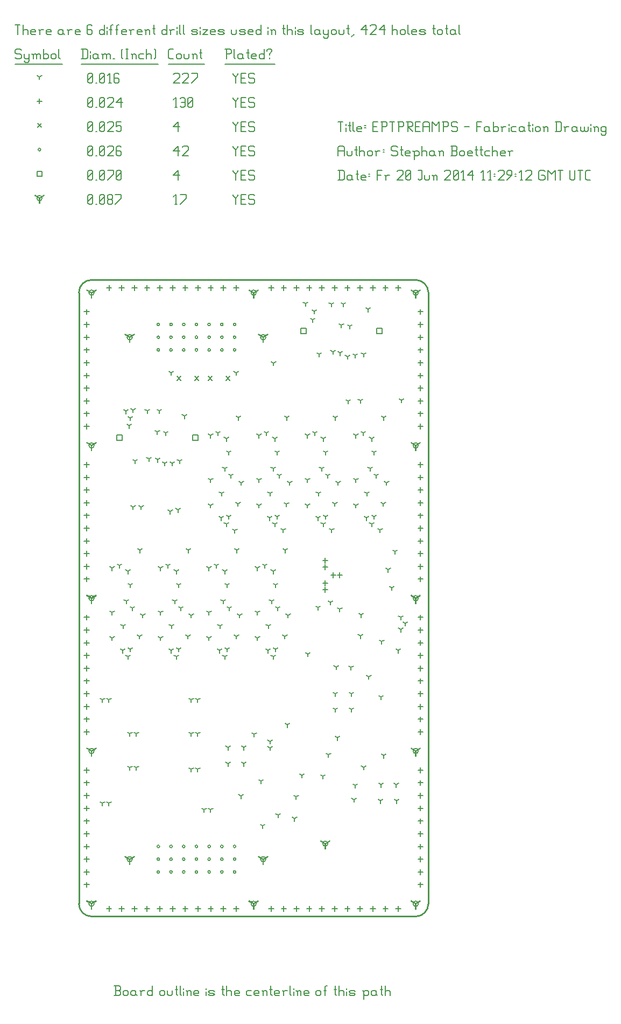
<source format=gbr>
G04 start of page 17 for group -3984 idx -3984 *
G04 Title: EPTPREAMPS, fab *
G04 Creator: pcb 1.99z *
G04 CreationDate: Fr 20 Jun 2014 11:29:12 GMT UTC *
G04 For: stephan *
G04 Format: Gerber/RS-274X *
G04 PCB-Dimensions (mil): 2952.76 4724.41 *
G04 PCB-Coordinate-Origin: lower left *
%MOIN*%
%FSLAX25Y25*%
%LNFAB*%
%ADD244C,0.0100*%
%ADD243C,0.0060*%
%ADD242C,0.0001*%
%ADD241R,0.0080X0.0080*%
G54D241*X70866Y74803D02*Y71603D01*
G54D242*G36*
X70320Y74950D02*X73786Y76950D01*
X74186Y76257D01*
X70720Y74257D01*
X70320Y74950D01*
G37*
G36*
X71013Y74257D02*X67546Y76257D01*
X67946Y76950D01*
X71413Y74950D01*
X71013Y74257D01*
G37*
G54D241*X69266Y74803D02*G75*G03X72466Y74803I1600J0D01*G01*
G75*G03X69266Y74803I-1600J0D01*G01*
X153543D02*Y71603D01*
G54D242*G36*
X152997Y74950D02*X156463Y76950D01*
X156863Y76257D01*
X153397Y74257D01*
X152997Y74950D01*
G37*
G36*
X153690Y74257D02*X150224Y76257D01*
X150623Y76950D01*
X154090Y74950D01*
X153690Y74257D01*
G37*
G54D241*X151943Y74803D02*G75*G03X155143Y74803I1600J0D01*G01*
G75*G03X151943Y74803I-1600J0D01*G01*
X153543Y397638D02*Y394438D01*
G54D242*G36*
X152997Y397784D02*X156463Y399784D01*
X156863Y399091D01*
X153397Y397091D01*
X152997Y397784D01*
G37*
G36*
X153690Y397091D02*X150224Y399091D01*
X150623Y399784D01*
X154090Y397784D01*
X153690Y397091D01*
G37*
G54D241*X151943Y397638D02*G75*G03X155143Y397638I1600J0D01*G01*
G75*G03X151943Y397638I-1600J0D01*G01*
X70866D02*Y394438D01*
G54D242*G36*
X70320Y397784D02*X73786Y399784D01*
X74186Y399091D01*
X70720Y397091D01*
X70320Y397784D01*
G37*
G36*
X71013Y397091D02*X67546Y399091D01*
X67946Y399784D01*
X71413Y397784D01*
X71013Y397091D01*
G37*
G54D241*X69266Y397638D02*G75*G03X72466Y397638I1600J0D01*G01*
G75*G03X69266Y397638I-1600J0D01*G01*
X47244Y47245D02*Y44045D01*
G54D242*G36*
X46698Y47391D02*X50164Y49391D01*
X50564Y48698D01*
X47097Y46699D01*
X46698Y47391D01*
G37*
G36*
X47391Y46699D02*X43924Y48698D01*
X44324Y49391D01*
X47790Y47391D01*
X47391Y46699D01*
G37*
G54D241*X45644Y47245D02*G75*G03X48844Y47245I1600J0D01*G01*
G75*G03X45644Y47245I-1600J0D01*G01*
X47244Y141733D02*Y138533D01*
G54D242*G36*
X46698Y141880D02*X50164Y143879D01*
X50564Y143186D01*
X47097Y141187D01*
X46698Y141880D01*
G37*
G36*
X47391Y141187D02*X43924Y143186D01*
X44324Y143879D01*
X47790Y141880D01*
X47391Y141187D01*
G37*
G54D241*X45644Y141733D02*G75*G03X48844Y141733I1600J0D01*G01*
G75*G03X45644Y141733I-1600J0D01*G01*
X47244Y236221D02*Y233021D01*
G54D242*G36*
X46698Y236368D02*X50164Y238368D01*
X50564Y237675D01*
X47097Y235675D01*
X46698Y236368D01*
G37*
G36*
X47391Y235675D02*X43924Y237675D01*
X44324Y238368D01*
X47790Y236368D01*
X47391Y235675D01*
G37*
G54D241*X45644Y236221D02*G75*G03X48844Y236221I1600J0D01*G01*
G75*G03X45644Y236221I-1600J0D01*G01*
X47244Y330709D02*Y327509D01*
G54D242*G36*
X46698Y330856D02*X50164Y332856D01*
X50564Y332163D01*
X47097Y330163D01*
X46698Y330856D01*
G37*
G36*
X47391Y330163D02*X43924Y332163D01*
X44324Y332856D01*
X47790Y330856D01*
X47391Y330163D01*
G37*
G54D241*X45644Y330709D02*G75*G03X48844Y330709I1600J0D01*G01*
G75*G03X45644Y330709I-1600J0D01*G01*
X47244Y425198D02*Y421998D01*
G54D242*G36*
X46698Y425344D02*X50164Y427344D01*
X50564Y426651D01*
X47097Y424651D01*
X46698Y425344D01*
G37*
G36*
X47391Y424651D02*X43924Y426651D01*
X44324Y427344D01*
X47790Y425344D01*
X47391Y424651D01*
G37*
G54D241*X45644Y425198D02*G75*G03X48844Y425198I1600J0D01*G01*
G75*G03X45644Y425198I-1600J0D01*G01*
X248031Y47245D02*Y44045D01*
G54D242*G36*
X247485Y47391D02*X250951Y49391D01*
X251351Y48698D01*
X247885Y46699D01*
X247485Y47391D01*
G37*
G36*
X248178Y46699D02*X244712Y48698D01*
X245111Y49391D01*
X248578Y47391D01*
X248178Y46699D01*
G37*
G54D241*X246431Y47245D02*G75*G03X249631Y47245I1600J0D01*G01*
G75*G03X246431Y47245I-1600J0D01*G01*
X248031Y141733D02*Y138533D01*
G54D242*G36*
X247485Y141880D02*X250951Y143879D01*
X251351Y143186D01*
X247885Y141187D01*
X247485Y141880D01*
G37*
G36*
X248178Y141187D02*X244712Y143186D01*
X245111Y143879D01*
X248578Y141880D01*
X248178Y141187D01*
G37*
G54D241*X246431Y141733D02*G75*G03X249631Y141733I1600J0D01*G01*
G75*G03X246431Y141733I-1600J0D01*G01*
X248031Y236221D02*Y233021D01*
G54D242*G36*
X247485Y236368D02*X250951Y238368D01*
X251351Y237675D01*
X247885Y235675D01*
X247485Y236368D01*
G37*
G36*
X248178Y235675D02*X244712Y237675D01*
X245111Y238368D01*
X248578Y236368D01*
X248178Y235675D01*
G37*
G54D241*X246431Y236221D02*G75*G03X249631Y236221I1600J0D01*G01*
G75*G03X246431Y236221I-1600J0D01*G01*
X248031Y330709D02*Y327509D01*
G54D242*G36*
X247485Y330856D02*X250951Y332856D01*
X251351Y332163D01*
X247885Y330163D01*
X247485Y330856D01*
G37*
G36*
X248178Y330163D02*X244712Y332163D01*
X245111Y332856D01*
X248578Y330856D01*
X248178Y330163D01*
G37*
G54D241*X246431Y330709D02*G75*G03X249631Y330709I1600J0D01*G01*
G75*G03X246431Y330709I-1600J0D01*G01*
X248031Y425198D02*Y421998D01*
G54D242*G36*
X247485Y425344D02*X250951Y427344D01*
X251351Y426651D01*
X247885Y424651D01*
X247485Y425344D01*
G37*
G36*
X248178Y424651D02*X244712Y426651D01*
X245111Y427344D01*
X248578Y425344D01*
X248178Y424651D01*
G37*
G54D241*X246431Y425198D02*G75*G03X249631Y425198I1600J0D01*G01*
G75*G03X246431Y425198I-1600J0D01*G01*
X147638Y47245D02*Y44045D01*
G54D242*G36*
X147091Y47391D02*X150558Y49391D01*
X150957Y48698D01*
X147491Y46699D01*
X147091Y47391D01*
G37*
G36*
X147784Y46699D02*X144318Y48698D01*
X144718Y49391D01*
X148184Y47391D01*
X147784Y46699D01*
G37*
G54D241*X146038Y47245D02*G75*G03X149238Y47245I1600J0D01*G01*
G75*G03X146038Y47245I-1600J0D01*G01*
X147638Y425198D02*Y421998D01*
G54D242*G36*
X147091Y425344D02*X150558Y427344D01*
X150957Y426651D01*
X147491Y424651D01*
X147091Y425344D01*
G37*
G36*
X147784Y424651D02*X144318Y426651D01*
X144718Y427344D01*
X148184Y425344D01*
X147784Y424651D01*
G37*
G54D241*X146038Y425198D02*G75*G03X149238Y425198I1600J0D01*G01*
G75*G03X146038Y425198I-1600J0D01*G01*
X192000Y84441D02*Y81241D01*
G54D242*G36*
X191454Y84588D02*X194920Y86587D01*
X195320Y85894D01*
X191853Y83895D01*
X191454Y84588D01*
G37*
G36*
X192147Y83895D02*X188680Y85894D01*
X189080Y86587D01*
X192546Y84588D01*
X192147Y83895D01*
G37*
G54D241*X190400Y84441D02*G75*G03X193600Y84441I1600J0D01*G01*
G75*G03X190400Y84441I-1600J0D01*G01*
X15000Y483691D02*Y480491D01*
G54D242*G36*
X14454Y483838D02*X17920Y485837D01*
X18320Y485144D01*
X14853Y483145D01*
X14454Y483838D01*
G37*
G36*
X15147Y483145D02*X11680Y485144D01*
X12080Y485837D01*
X15546Y483838D01*
X15147Y483145D01*
G37*
G54D241*X13400Y483691D02*G75*G03X16600Y483691I1600J0D01*G01*
G75*G03X13400Y483691I-1600J0D01*G01*
G54D243*X135000Y485941D02*Y485191D01*
X136500Y483691D01*
X138000Y485191D01*
Y485941D02*Y485191D01*
X136500Y483691D02*Y479941D01*
X139800Y482941D02*X142050D01*
X139800Y479941D02*X142800D01*
X139800Y485941D02*Y479941D01*
Y485941D02*X142800D01*
X147600D02*X148350Y485191D01*
X145350Y485941D02*X147600D01*
X144600Y485191D02*X145350Y485941D01*
X144600Y485191D02*Y483691D01*
X145350Y482941D01*
X147600D01*
X148350Y482191D01*
Y480691D01*
X147600Y479941D02*X148350Y480691D01*
X145350Y479941D02*X147600D01*
X144600Y480691D02*X145350Y479941D01*
X98750D02*X100250D01*
X99500Y485941D02*Y479941D01*
X98000Y484441D02*X99500Y485941D01*
X102050Y479941D02*X105800Y483691D01*
Y485941D02*Y483691D01*
X102050Y485941D02*X105800D01*
X45000Y480691D02*X45750Y479941D01*
X45000Y485191D02*Y480691D01*
Y485191D02*X45750Y485941D01*
X47250D01*
X48000Y485191D01*
Y480691D01*
X47250Y479941D02*X48000Y480691D01*
X45750Y479941D02*X47250D01*
X45000Y481441D02*X48000Y484441D01*
X49800Y479941D02*X50550D01*
X52350Y480691D02*X53100Y479941D01*
X52350Y485191D02*Y480691D01*
Y485191D02*X53100Y485941D01*
X54600D01*
X55350Y485191D01*
Y480691D01*
X54600Y479941D02*X55350Y480691D01*
X53100Y479941D02*X54600D01*
X52350Y481441D02*X55350Y484441D01*
X57150Y480691D02*X57900Y479941D01*
X57150Y482191D02*Y480691D01*
Y482191D02*X57900Y482941D01*
X59400D01*
X60150Y482191D01*
Y480691D01*
X59400Y479941D02*X60150Y480691D01*
X57900Y479941D02*X59400D01*
X57150Y483691D02*X57900Y482941D01*
X57150Y485191D02*Y483691D01*
Y485191D02*X57900Y485941D01*
X59400D01*
X60150Y485191D01*
Y483691D01*
X59400Y482941D02*X60150Y483691D01*
X61950Y479941D02*X65700Y483691D01*
Y485941D02*Y483691D01*
X61950Y485941D02*X65700D01*
X62900Y337041D02*X66100D01*
X62900D02*Y333841D01*
X66100D01*
Y337041D02*Y333841D01*
X109900Y337041D02*X113100D01*
X109900D02*Y333841D01*
X113100D01*
Y337041D02*Y333841D01*
X176900Y403041D02*X180100D01*
X176900D02*Y399841D01*
X180100D01*
Y403041D02*Y399841D01*
X223900Y403041D02*X227100D01*
X223900D02*Y399841D01*
X227100D01*
Y403041D02*Y399841D01*
X13400Y500291D02*X16600D01*
X13400D02*Y497091D01*
X16600D01*
Y500291D02*Y497091D01*
X135000Y500941D02*Y500191D01*
X136500Y498691D01*
X138000Y500191D01*
Y500941D02*Y500191D01*
X136500Y498691D02*Y494941D01*
X139800Y497941D02*X142050D01*
X139800Y494941D02*X142800D01*
X139800Y500941D02*Y494941D01*
Y500941D02*X142800D01*
X147600D02*X148350Y500191D01*
X145350Y500941D02*X147600D01*
X144600Y500191D02*X145350Y500941D01*
X144600Y500191D02*Y498691D01*
X145350Y497941D01*
X147600D01*
X148350Y497191D01*
Y495691D01*
X147600Y494941D02*X148350Y495691D01*
X145350Y494941D02*X147600D01*
X144600Y495691D02*X145350Y494941D01*
X98000Y497941D02*X101000Y500941D01*
X98000Y497941D02*X101750D01*
X101000Y500941D02*Y494941D01*
X45000Y495691D02*X45750Y494941D01*
X45000Y500191D02*Y495691D01*
Y500191D02*X45750Y500941D01*
X47250D01*
X48000Y500191D01*
Y495691D01*
X47250Y494941D02*X48000Y495691D01*
X45750Y494941D02*X47250D01*
X45000Y496441D02*X48000Y499441D01*
X49800Y494941D02*X50550D01*
X52350Y495691D02*X53100Y494941D01*
X52350Y500191D02*Y495691D01*
Y500191D02*X53100Y500941D01*
X54600D01*
X55350Y500191D01*
Y495691D01*
X54600Y494941D02*X55350Y495691D01*
X53100Y494941D02*X54600D01*
X52350Y496441D02*X55350Y499441D01*
X57150Y494941D02*X60900Y498691D01*
Y500941D02*Y498691D01*
X57150Y500941D02*X60900D01*
X62700Y495691D02*X63450Y494941D01*
X62700Y500191D02*Y495691D01*
Y500191D02*X63450Y500941D01*
X64950D01*
X65700Y500191D01*
Y495691D01*
X64950Y494941D02*X65700Y495691D01*
X63450Y494941D02*X64950D01*
X62700Y496441D02*X65700Y499441D01*
X87783Y82677D02*G75*G03X89383Y82677I800J0D01*G01*
G75*G03X87783Y82677I-800J0D01*G01*
X95657D02*G75*G03X97257Y82677I800J0D01*G01*
G75*G03X95657Y82677I-800J0D01*G01*
X103531D02*G75*G03X105131Y82677I800J0D01*G01*
G75*G03X103531Y82677I-800J0D01*G01*
X111405D02*G75*G03X113005Y82677I800J0D01*G01*
G75*G03X111405Y82677I-800J0D01*G01*
X119279D02*G75*G03X120879Y82677I800J0D01*G01*
G75*G03X119279Y82677I-800J0D01*G01*
X127153D02*G75*G03X128753Y82677I800J0D01*G01*
G75*G03X127153Y82677I-800J0D01*G01*
X135027D02*G75*G03X136627Y82677I800J0D01*G01*
G75*G03X135027Y82677I-800J0D01*G01*
Y66929D02*G75*G03X136627Y66929I800J0D01*G01*
G75*G03X135027Y66929I-800J0D01*G01*
X87783Y74803D02*G75*G03X89383Y74803I800J0D01*G01*
G75*G03X87783Y74803I-800J0D01*G01*
X95657D02*G75*G03X97257Y74803I800J0D01*G01*
G75*G03X95657Y74803I-800J0D01*G01*
X103531D02*G75*G03X105131Y74803I800J0D01*G01*
G75*G03X103531Y74803I-800J0D01*G01*
X111405D02*G75*G03X113005Y74803I800J0D01*G01*
G75*G03X111405Y74803I-800J0D01*G01*
X119279D02*G75*G03X120879Y74803I800J0D01*G01*
G75*G03X119279Y74803I-800J0D01*G01*
X127153D02*G75*G03X128753Y74803I800J0D01*G01*
G75*G03X127153Y74803I-800J0D01*G01*
X135027D02*G75*G03X136627Y74803I800J0D01*G01*
G75*G03X135027Y74803I-800J0D01*G01*
X95657Y66929D02*G75*G03X97257Y66929I800J0D01*G01*
G75*G03X95657Y66929I-800J0D01*G01*
X103531D02*G75*G03X105131Y66929I800J0D01*G01*
G75*G03X103531Y66929I-800J0D01*G01*
X111405D02*G75*G03X113005Y66929I800J0D01*G01*
G75*G03X111405Y66929I-800J0D01*G01*
X119279D02*G75*G03X120879Y66929I800J0D01*G01*
G75*G03X119279Y66929I-800J0D01*G01*
X127153D02*G75*G03X128753Y66929I800J0D01*G01*
G75*G03X127153Y66929I-800J0D01*G01*
X87783D02*G75*G03X89383Y66929I800J0D01*G01*
G75*G03X87783Y66929I-800J0D01*G01*
X135027Y389764D02*G75*G03X136627Y389764I800J0D01*G01*
G75*G03X135027Y389764I-800J0D01*G01*
X127153D02*G75*G03X128753Y389764I800J0D01*G01*
G75*G03X127153Y389764I-800J0D01*G01*
X119279D02*G75*G03X120879Y389764I800J0D01*G01*
G75*G03X119279Y389764I-800J0D01*G01*
X111405D02*G75*G03X113005Y389764I800J0D01*G01*
G75*G03X111405Y389764I-800J0D01*G01*
X103531D02*G75*G03X105131Y389764I800J0D01*G01*
G75*G03X103531Y389764I-800J0D01*G01*
X95657D02*G75*G03X97257Y389764I800J0D01*G01*
G75*G03X95657Y389764I-800J0D01*G01*
X87783D02*G75*G03X89383Y389764I800J0D01*G01*
G75*G03X87783Y389764I-800J0D01*G01*
Y405512D02*G75*G03X89383Y405512I800J0D01*G01*
G75*G03X87783Y405512I-800J0D01*G01*
X135027Y397638D02*G75*G03X136627Y397638I800J0D01*G01*
G75*G03X135027Y397638I-800J0D01*G01*
X127153D02*G75*G03X128753Y397638I800J0D01*G01*
G75*G03X127153Y397638I-800J0D01*G01*
X119279D02*G75*G03X120879Y397638I800J0D01*G01*
G75*G03X119279Y397638I-800J0D01*G01*
X111405D02*G75*G03X113005Y397638I800J0D01*G01*
G75*G03X111405Y397638I-800J0D01*G01*
X103531D02*G75*G03X105131Y397638I800J0D01*G01*
G75*G03X103531Y397638I-800J0D01*G01*
X95657D02*G75*G03X97257Y397638I800J0D01*G01*
G75*G03X95657Y397638I-800J0D01*G01*
X87783D02*G75*G03X89383Y397638I800J0D01*G01*
G75*G03X87783Y397638I-800J0D01*G01*
X127153Y405512D02*G75*G03X128753Y405512I800J0D01*G01*
G75*G03X127153Y405512I-800J0D01*G01*
X119279D02*G75*G03X120879Y405512I800J0D01*G01*
G75*G03X119279Y405512I-800J0D01*G01*
X111405D02*G75*G03X113005Y405512I800J0D01*G01*
G75*G03X111405Y405512I-800J0D01*G01*
X103531D02*G75*G03X105131Y405512I800J0D01*G01*
G75*G03X103531Y405512I-800J0D01*G01*
X95657D02*G75*G03X97257Y405512I800J0D01*G01*
G75*G03X95657Y405512I-800J0D01*G01*
X135027D02*G75*G03X136627Y405512I800J0D01*G01*
G75*G03X135027Y405512I-800J0D01*G01*
X14200Y513691D02*G75*G03X15800Y513691I800J0D01*G01*
G75*G03X14200Y513691I-800J0D01*G01*
X135000Y515941D02*Y515191D01*
X136500Y513691D01*
X138000Y515191D01*
Y515941D02*Y515191D01*
X136500Y513691D02*Y509941D01*
X139800Y512941D02*X142050D01*
X139800Y509941D02*X142800D01*
X139800Y515941D02*Y509941D01*
Y515941D02*X142800D01*
X147600D02*X148350Y515191D01*
X145350Y515941D02*X147600D01*
X144600Y515191D02*X145350Y515941D01*
X144600Y515191D02*Y513691D01*
X145350Y512941D01*
X147600D01*
X148350Y512191D01*
Y510691D01*
X147600Y509941D02*X148350Y510691D01*
X145350Y509941D02*X147600D01*
X144600Y510691D02*X145350Y509941D01*
X98000Y512941D02*X101000Y515941D01*
X98000Y512941D02*X101750D01*
X101000Y515941D02*Y509941D01*
X103550Y515191D02*X104300Y515941D01*
X106550D01*
X107300Y515191D01*
Y513691D01*
X103550Y509941D02*X107300Y513691D01*
X103550Y509941D02*X107300D01*
X45000Y510691D02*X45750Y509941D01*
X45000Y515191D02*Y510691D01*
Y515191D02*X45750Y515941D01*
X47250D01*
X48000Y515191D01*
Y510691D01*
X47250Y509941D02*X48000Y510691D01*
X45750Y509941D02*X47250D01*
X45000Y511441D02*X48000Y514441D01*
X49800Y509941D02*X50550D01*
X52350Y510691D02*X53100Y509941D01*
X52350Y515191D02*Y510691D01*
Y515191D02*X53100Y515941D01*
X54600D01*
X55350Y515191D01*
Y510691D01*
X54600Y509941D02*X55350Y510691D01*
X53100Y509941D02*X54600D01*
X52350Y511441D02*X55350Y514441D01*
X57150Y515191D02*X57900Y515941D01*
X60150D01*
X60900Y515191D01*
Y513691D01*
X57150Y509941D02*X60900Y513691D01*
X57150Y509941D02*X60900D01*
X64950Y515941D02*X65700Y515191D01*
X63450Y515941D02*X64950D01*
X62700Y515191D02*X63450Y515941D01*
X62700Y515191D02*Y510691D01*
X63450Y509941D01*
X64950Y512941D02*X65700Y512191D01*
X62700Y512941D02*X64950D01*
X63450Y509941D02*X64950D01*
X65700Y510691D01*
Y512191D02*Y510691D01*
X119550Y373391D02*X121950Y370991D01*
X119550D02*X121950Y373391D01*
X130550D02*X132950Y370991D01*
X130550D02*X132950Y373391D01*
X100050D02*X102450Y370991D01*
X100050D02*X102450Y373391D01*
X111050D02*X113450Y370991D01*
X111050D02*X113450Y373391D01*
X13800Y529891D02*X16200Y527491D01*
X13800D02*X16200Y529891D01*
X135000Y530941D02*Y530191D01*
X136500Y528691D01*
X138000Y530191D01*
Y530941D02*Y530191D01*
X136500Y528691D02*Y524941D01*
X139800Y527941D02*X142050D01*
X139800Y524941D02*X142800D01*
X139800Y530941D02*Y524941D01*
Y530941D02*X142800D01*
X147600D02*X148350Y530191D01*
X145350Y530941D02*X147600D01*
X144600Y530191D02*X145350Y530941D01*
X144600Y530191D02*Y528691D01*
X145350Y527941D01*
X147600D01*
X148350Y527191D01*
Y525691D01*
X147600Y524941D02*X148350Y525691D01*
X145350Y524941D02*X147600D01*
X144600Y525691D02*X145350Y524941D01*
X98000Y527941D02*X101000Y530941D01*
X98000Y527941D02*X101750D01*
X101000Y530941D02*Y524941D01*
X45000Y525691D02*X45750Y524941D01*
X45000Y530191D02*Y525691D01*
Y530191D02*X45750Y530941D01*
X47250D01*
X48000Y530191D01*
Y525691D01*
X47250Y524941D02*X48000Y525691D01*
X45750Y524941D02*X47250D01*
X45000Y526441D02*X48000Y529441D01*
X49800Y524941D02*X50550D01*
X52350Y525691D02*X53100Y524941D01*
X52350Y530191D02*Y525691D01*
Y530191D02*X53100Y530941D01*
X54600D01*
X55350Y530191D01*
Y525691D01*
X54600Y524941D02*X55350Y525691D01*
X53100Y524941D02*X54600D01*
X52350Y526441D02*X55350Y529441D01*
X57150Y530191D02*X57900Y530941D01*
X60150D01*
X60900Y530191D01*
Y528691D01*
X57150Y524941D02*X60900Y528691D01*
X57150Y524941D02*X60900D01*
X62700Y530941D02*X65700D01*
X62700D02*Y527941D01*
X63450Y528691D01*
X64950D01*
X65700Y527941D01*
Y525691D01*
X64950Y524941D02*X65700Y525691D01*
X63450Y524941D02*X64950D01*
X62700Y525691D02*X63450Y524941D01*
X58071Y429750D02*Y426550D01*
X56471Y428150D02*X59671D01*
X65945Y429750D02*Y426550D01*
X64345Y428150D02*X67545D01*
X73819Y429750D02*Y426550D01*
X72219Y428150D02*X75419D01*
X81693Y429750D02*Y426550D01*
X80093Y428150D02*X83293D01*
X89567Y429750D02*Y426550D01*
X87967Y428150D02*X91167D01*
X97441Y429750D02*Y426550D01*
X95841Y428150D02*X99041D01*
X105315Y429750D02*Y426550D01*
X103715Y428150D02*X106915D01*
X113189Y429750D02*Y426550D01*
X111589Y428150D02*X114789D01*
X121063Y429750D02*Y426550D01*
X119463Y428150D02*X122663D01*
X128937Y429750D02*Y426550D01*
X127337Y428150D02*X130537D01*
X136811Y429750D02*Y426550D01*
X135211Y428150D02*X138411D01*
X158464Y429750D02*Y426550D01*
X156864Y428150D02*X160064D01*
X166339Y429750D02*Y426550D01*
X164739Y428150D02*X167939D01*
X174213Y429750D02*Y426550D01*
X172613Y428150D02*X175813D01*
X182087Y429750D02*Y426550D01*
X180487Y428150D02*X183687D01*
X189961Y429750D02*Y426550D01*
X188361Y428150D02*X191561D01*
X197835Y429750D02*Y426550D01*
X196235Y428150D02*X199435D01*
X205709Y429750D02*Y426550D01*
X204109Y428150D02*X207309D01*
X213583Y429750D02*Y426550D01*
X211983Y428150D02*X215183D01*
X221457Y429750D02*Y426550D01*
X219857Y428150D02*X223057D01*
X229331Y429750D02*Y426550D01*
X227731Y428150D02*X230931D01*
X237205Y429750D02*Y426550D01*
X235605Y428150D02*X238805D01*
X58071Y45892D02*Y42692D01*
X56471Y44292D02*X59671D01*
X65945Y45892D02*Y42692D01*
X64345Y44292D02*X67545D01*
X73819Y45892D02*Y42692D01*
X72219Y44292D02*X75419D01*
X81693Y45892D02*Y42692D01*
X80093Y44292D02*X83293D01*
X89567Y45892D02*Y42692D01*
X87967Y44292D02*X91167D01*
X97441Y45892D02*Y42692D01*
X95841Y44292D02*X99041D01*
X105315Y45892D02*Y42692D01*
X103715Y44292D02*X106915D01*
X113189Y45892D02*Y42692D01*
X111589Y44292D02*X114789D01*
X121063Y45892D02*Y42692D01*
X119463Y44292D02*X122663D01*
X128937Y45892D02*Y42692D01*
X127337Y44292D02*X130537D01*
X136811Y45892D02*Y42692D01*
X135211Y44292D02*X138411D01*
X158464Y45892D02*Y42692D01*
X156864Y44292D02*X160064D01*
X166339Y45892D02*Y42692D01*
X164739Y44292D02*X167939D01*
X174213Y45892D02*Y42692D01*
X172613Y44292D02*X175813D01*
X182087Y45892D02*Y42692D01*
X180487Y44292D02*X183687D01*
X189961Y45892D02*Y42692D01*
X188361Y44292D02*X191561D01*
X197835Y45892D02*Y42692D01*
X196235Y44292D02*X199435D01*
X205709Y45892D02*Y42692D01*
X204109Y44292D02*X207309D01*
X213583Y45892D02*Y42692D01*
X211983Y44292D02*X215183D01*
X221457Y45892D02*Y42692D01*
X219857Y44292D02*X223057D01*
X229331Y45892D02*Y42692D01*
X227731Y44292D02*X230931D01*
X237205Y45892D02*Y42692D01*
X235605Y44292D02*X238805D01*
X250984Y60656D02*Y57456D01*
X249384Y59056D02*X252584D01*
X250984Y68530D02*Y65330D01*
X249384Y66930D02*X252584D01*
X250984Y76404D02*Y73204D01*
X249384Y74804D02*X252584D01*
X250984Y84278D02*Y81078D01*
X249384Y82678D02*X252584D01*
X250984Y92152D02*Y88952D01*
X249384Y90552D02*X252584D01*
X250984Y100026D02*Y96826D01*
X249384Y98426D02*X252584D01*
X250984Y107900D02*Y104700D01*
X249384Y106300D02*X252584D01*
X250984Y115774D02*Y112574D01*
X249384Y114174D02*X252584D01*
X250984Y123648D02*Y120448D01*
X249384Y122048D02*X252584D01*
X250984Y131522D02*Y128322D01*
X249384Y129922D02*X252584D01*
X250984Y155144D02*Y151944D01*
X249384Y153544D02*X252584D01*
X250984Y163018D02*Y159818D01*
X249384Y161418D02*X252584D01*
X250984Y170892D02*Y167692D01*
X249384Y169292D02*X252584D01*
X250984Y178766D02*Y175566D01*
X249384Y177166D02*X252584D01*
X250984Y186640D02*Y183440D01*
X249384Y185040D02*X252584D01*
X250984Y194514D02*Y191314D01*
X249384Y192914D02*X252584D01*
X250984Y202388D02*Y199188D01*
X249384Y200788D02*X252584D01*
X250984Y210262D02*Y207062D01*
X249384Y208662D02*X252584D01*
X250984Y218136D02*Y214936D01*
X249384Y216536D02*X252584D01*
X250984Y226010D02*Y222810D01*
X249384Y224410D02*X252584D01*
X250984Y249632D02*Y246432D01*
X249384Y248032D02*X252584D01*
X250984Y257506D02*Y254306D01*
X249384Y255906D02*X252584D01*
X250984Y265380D02*Y262180D01*
X249384Y263780D02*X252584D01*
X250984Y273254D02*Y270054D01*
X249384Y271654D02*X252584D01*
X250984Y281128D02*Y277928D01*
X249384Y279528D02*X252584D01*
X250984Y289002D02*Y285802D01*
X249384Y287402D02*X252584D01*
X250984Y296876D02*Y293676D01*
X249384Y295276D02*X252584D01*
X250984Y304750D02*Y301550D01*
X249384Y303150D02*X252584D01*
X250984Y312624D02*Y309424D01*
X249384Y311024D02*X252584D01*
X250984Y320498D02*Y317298D01*
X249384Y318898D02*X252584D01*
X250984Y344120D02*Y340920D01*
X249384Y342520D02*X252584D01*
X250984Y351994D02*Y348794D01*
X249384Y350394D02*X252584D01*
X250984Y359869D02*Y356669D01*
X249384Y358269D02*X252584D01*
X250984Y367743D02*Y364543D01*
X249384Y366143D02*X252584D01*
X250984Y375617D02*Y372417D01*
X249384Y374017D02*X252584D01*
X250984Y383491D02*Y380291D01*
X249384Y381891D02*X252584D01*
X250984Y391365D02*Y388165D01*
X249384Y389765D02*X252584D01*
X250984Y399239D02*Y396039D01*
X249384Y397639D02*X252584D01*
X250984Y407113D02*Y403913D01*
X249384Y405513D02*X252584D01*
X250984Y414987D02*Y411787D01*
X249384Y413387D02*X252584D01*
X44291Y60656D02*Y57456D01*
X42691Y59056D02*X45891D01*
X44291Y68530D02*Y65330D01*
X42691Y66930D02*X45891D01*
X44291Y76404D02*Y73204D01*
X42691Y74804D02*X45891D01*
X44291Y84278D02*Y81078D01*
X42691Y82678D02*X45891D01*
X44291Y92152D02*Y88952D01*
X42691Y90552D02*X45891D01*
X44291Y100026D02*Y96826D01*
X42691Y98426D02*X45891D01*
X44291Y107900D02*Y104700D01*
X42691Y106300D02*X45891D01*
X44291Y115774D02*Y112574D01*
X42691Y114174D02*X45891D01*
X44291Y123648D02*Y120448D01*
X42691Y122048D02*X45891D01*
X44291Y131522D02*Y128322D01*
X42691Y129922D02*X45891D01*
X44291Y155144D02*Y151944D01*
X42691Y153544D02*X45891D01*
X44291Y163018D02*Y159818D01*
X42691Y161418D02*X45891D01*
X44291Y170892D02*Y167692D01*
X42691Y169292D02*X45891D01*
X44291Y178766D02*Y175566D01*
X42691Y177166D02*X45891D01*
X44291Y186640D02*Y183440D01*
X42691Y185040D02*X45891D01*
X44291Y194514D02*Y191314D01*
X42691Y192914D02*X45891D01*
X44291Y202388D02*Y199188D01*
X42691Y200788D02*X45891D01*
X44291Y210262D02*Y207062D01*
X42691Y208662D02*X45891D01*
X44291Y218136D02*Y214936D01*
X42691Y216536D02*X45891D01*
X44291Y226010D02*Y222810D01*
X42691Y224410D02*X45891D01*
X44291Y249632D02*Y246432D01*
X42691Y248032D02*X45891D01*
X44291Y257506D02*Y254306D01*
X42691Y255906D02*X45891D01*
X44291Y265380D02*Y262180D01*
X42691Y263780D02*X45891D01*
X44291Y273254D02*Y270054D01*
X42691Y271654D02*X45891D01*
X44291Y281128D02*Y277928D01*
X42691Y279528D02*X45891D01*
X44291Y289002D02*Y285802D01*
X42691Y287402D02*X45891D01*
X44291Y296876D02*Y293676D01*
X42691Y295276D02*X45891D01*
X44291Y304750D02*Y301550D01*
X42691Y303150D02*X45891D01*
X44291Y312624D02*Y309424D01*
X42691Y311024D02*X45891D01*
X44291Y320498D02*Y317298D01*
X42691Y318898D02*X45891D01*
X44291Y344120D02*Y340920D01*
X42691Y342520D02*X45891D01*
X44291Y351994D02*Y348794D01*
X42691Y350394D02*X45891D01*
X44291Y359869D02*Y356669D01*
X42691Y358269D02*X45891D01*
X44291Y367743D02*Y364543D01*
X42691Y366143D02*X45891D01*
X44291Y375617D02*Y372417D01*
X42691Y374017D02*X45891D01*
X44291Y383491D02*Y380291D01*
X42691Y381891D02*X45891D01*
X44291Y391365D02*Y388165D01*
X42691Y389765D02*X45891D01*
X44291Y399239D02*Y396039D01*
X42691Y397639D02*X45891D01*
X44291Y407113D02*Y403913D01*
X42691Y405513D02*X45891D01*
X44291Y414987D02*Y411787D01*
X42691Y413387D02*X45891D01*
X192000Y247041D02*Y243841D01*
X190400Y245441D02*X193600D01*
X197000Y252041D02*Y248841D01*
X195400Y250441D02*X198600D01*
X192000Y257041D02*Y253841D01*
X190400Y255441D02*X193600D01*
X201000Y252041D02*Y248841D01*
X199400Y250441D02*X202600D01*
X192000Y261041D02*Y257841D01*
X190400Y259441D02*X193600D01*
X192000Y243041D02*Y239841D01*
X190400Y241441D02*X193600D01*
X15000Y545291D02*Y542091D01*
X13400Y543691D02*X16600D01*
X135000Y545941D02*Y545191D01*
X136500Y543691D01*
X138000Y545191D01*
Y545941D02*Y545191D01*
X136500Y543691D02*Y539941D01*
X139800Y542941D02*X142050D01*
X139800Y539941D02*X142800D01*
X139800Y545941D02*Y539941D01*
Y545941D02*X142800D01*
X147600D02*X148350Y545191D01*
X145350Y545941D02*X147600D01*
X144600Y545191D02*X145350Y545941D01*
X144600Y545191D02*Y543691D01*
X145350Y542941D01*
X147600D01*
X148350Y542191D01*
Y540691D01*
X147600Y539941D02*X148350Y540691D01*
X145350Y539941D02*X147600D01*
X144600Y540691D02*X145350Y539941D01*
X98750D02*X100250D01*
X99500Y545941D02*Y539941D01*
X98000Y544441D02*X99500Y545941D01*
X102050Y545191D02*X102800Y545941D01*
X104300D01*
X105050Y545191D01*
Y540691D01*
X104300Y539941D02*X105050Y540691D01*
X102800Y539941D02*X104300D01*
X102050Y540691D02*X102800Y539941D01*
Y542941D02*X105050D01*
X106850Y540691D02*X107600Y539941D01*
X106850Y545191D02*Y540691D01*
Y545191D02*X107600Y545941D01*
X109100D01*
X109850Y545191D01*
Y540691D01*
X109100Y539941D02*X109850Y540691D01*
X107600Y539941D02*X109100D01*
X106850Y541441D02*X109850Y544441D01*
X45000Y540691D02*X45750Y539941D01*
X45000Y545191D02*Y540691D01*
Y545191D02*X45750Y545941D01*
X47250D01*
X48000Y545191D01*
Y540691D01*
X47250Y539941D02*X48000Y540691D01*
X45750Y539941D02*X47250D01*
X45000Y541441D02*X48000Y544441D01*
X49800Y539941D02*X50550D01*
X52350Y540691D02*X53100Y539941D01*
X52350Y545191D02*Y540691D01*
Y545191D02*X53100Y545941D01*
X54600D01*
X55350Y545191D01*
Y540691D01*
X54600Y539941D02*X55350Y540691D01*
X53100Y539941D02*X54600D01*
X52350Y541441D02*X55350Y544441D01*
X57150Y545191D02*X57900Y545941D01*
X60150D01*
X60900Y545191D01*
Y543691D01*
X57150Y539941D02*X60900Y543691D01*
X57150Y539941D02*X60900D01*
X62700Y542941D02*X65700Y545941D01*
X62700Y542941D02*X66450D01*
X65700Y545941D02*Y539941D01*
X220750Y282191D02*Y280591D01*
Y282191D02*X222137Y282991D01*
X220750Y282191D02*X219363Y282991D01*
X222250Y286691D02*Y285091D01*
Y286691D02*X223637Y287491D01*
X222250Y286691D02*X220863Y287491D01*
X211000Y309441D02*Y307841D01*
Y309441D02*X212387Y310241D01*
X211000Y309441D02*X209613Y310241D01*
X228250Y347941D02*Y346341D01*
Y347941D02*X229637Y348741D01*
X228250Y347941D02*X226863Y348741D01*
X217500Y285941D02*Y284341D01*
Y285941D02*X218887Y286741D01*
X217500Y285941D02*X216113Y286741D01*
X219750Y316441D02*Y314841D01*
Y316441D02*X221137Y317241D01*
X219750Y316441D02*X218363Y317241D01*
X222250Y326441D02*Y324841D01*
Y326441D02*X223637Y327241D01*
X222250Y326441D02*X220863Y327241D01*
X211000Y336941D02*Y335341D01*
Y336941D02*X212387Y337741D01*
X211000Y336941D02*X209613Y337741D01*
X230000Y307691D02*Y306091D01*
Y307691D02*X231387Y308491D01*
X230000Y307691D02*X228613Y308491D01*
X211000Y293691D02*Y292091D01*
Y293691D02*X212387Y294491D01*
X211000Y293691D02*X209613Y294491D01*
X217750Y301191D02*Y299591D01*
Y301191D02*X219137Y301991D01*
X217750Y301191D02*X216363Y301991D01*
X215500Y338441D02*Y336841D01*
Y338441D02*X216887Y339241D01*
X215500Y338441D02*X214113Y339241D01*
X220750Y334941D02*Y333341D01*
Y334941D02*X222137Y335741D01*
X220750Y334941D02*X219363Y335741D01*
X228000Y294691D02*Y293091D01*
Y294691D02*X229387Y295491D01*
X228000Y294691D02*X226613Y295491D01*
X223500Y312191D02*Y310591D01*
Y312191D02*X224887Y312991D01*
X223500Y312191D02*X222113Y312991D01*
X190750Y282191D02*Y280591D01*
Y282191D02*X192137Y282991D01*
X190750Y282191D02*X189363Y282991D01*
X192250Y286691D02*Y285091D01*
Y286691D02*X193637Y287491D01*
X192250Y286691D02*X190863Y287491D01*
X181000Y309441D02*Y307841D01*
Y309441D02*X182387Y310241D01*
X181000Y309441D02*X179613Y310241D01*
X198250Y347941D02*Y346341D01*
Y347941D02*X199637Y348741D01*
X198250Y347941D02*X196863Y348741D01*
X187500Y285941D02*Y284341D01*
Y285941D02*X188887Y286741D01*
X187500Y285941D02*X186113Y286741D01*
X189750Y316441D02*Y314841D01*
Y316441D02*X191137Y317241D01*
X189750Y316441D02*X188363Y317241D01*
X192250Y326441D02*Y324841D01*
Y326441D02*X193637Y327241D01*
X192250Y326441D02*X190863Y327241D01*
X181000Y336941D02*Y335341D01*
Y336941D02*X182387Y337741D01*
X181000Y336941D02*X179613Y337741D01*
X200000Y307691D02*Y306091D01*
Y307691D02*X201387Y308491D01*
X200000Y307691D02*X198613Y308491D01*
X181000Y293691D02*Y292091D01*
Y293691D02*X182387Y294491D01*
X181000Y293691D02*X179613Y294491D01*
X187750Y301191D02*Y299591D01*
Y301191D02*X189137Y301991D01*
X187750Y301191D02*X186363Y301991D01*
X185500Y338441D02*Y336841D01*
Y338441D02*X186887Y339241D01*
X185500Y338441D02*X184113Y339241D01*
X190750Y334941D02*Y333341D01*
Y334941D02*X192137Y335741D01*
X190750Y334941D02*X189363Y335741D01*
X198000Y294691D02*Y293091D01*
Y294691D02*X199387Y295491D01*
X198000Y294691D02*X196613Y295491D01*
X193500Y312191D02*Y310591D01*
Y312191D02*X194887Y312991D01*
X193500Y312191D02*X192113Y312991D01*
X160750Y282191D02*Y280591D01*
Y282191D02*X162137Y282991D01*
X160750Y282191D02*X159363Y282991D01*
X162250Y286691D02*Y285091D01*
Y286691D02*X163637Y287491D01*
X162250Y286691D02*X160863Y287491D01*
X151000Y309441D02*Y307841D01*
Y309441D02*X152387Y310241D01*
X151000Y309441D02*X149613Y310241D01*
X168250Y347941D02*Y346341D01*
Y347941D02*X169637Y348741D01*
X168250Y347941D02*X166863Y348741D01*
X157500Y285941D02*Y284341D01*
Y285941D02*X158887Y286741D01*
X157500Y285941D02*X156113Y286741D01*
X159750Y316441D02*Y314841D01*
Y316441D02*X161137Y317241D01*
X159750Y316441D02*X158363Y317241D01*
X162250Y326441D02*Y324841D01*
Y326441D02*X163637Y327241D01*
X162250Y326441D02*X160863Y327241D01*
X151000Y336941D02*Y335341D01*
Y336941D02*X152387Y337741D01*
X151000Y336941D02*X149613Y337741D01*
X170000Y307691D02*Y306091D01*
Y307691D02*X171387Y308491D01*
X170000Y307691D02*X168613Y308491D01*
X151000Y293691D02*Y292091D01*
Y293691D02*X152387Y294491D01*
X151000Y293691D02*X149613Y294491D01*
X157750Y301191D02*Y299591D01*
Y301191D02*X159137Y301991D01*
X157750Y301191D02*X156363Y301991D01*
X155500Y338441D02*Y336841D01*
Y338441D02*X156887Y339241D01*
X155500Y338441D02*X154113Y339241D01*
X160750Y334941D02*Y333341D01*
Y334941D02*X162137Y335741D01*
X160750Y334941D02*X159363Y335741D01*
X168000Y294441D02*Y292841D01*
Y294441D02*X169387Y295241D01*
X168000Y294441D02*X166613Y295241D01*
X163500Y312191D02*Y310591D01*
Y312191D02*X164887Y312991D01*
X163500Y312191D02*X162113Y312991D01*
X130750Y282191D02*Y280591D01*
Y282191D02*X132137Y282991D01*
X130750Y282191D02*X129363Y282991D01*
X132250Y286691D02*Y285091D01*
Y286691D02*X133637Y287491D01*
X132250Y286691D02*X130863Y287491D01*
X121000Y309441D02*Y307841D01*
Y309441D02*X122387Y310241D01*
X121000Y309441D02*X119613Y310241D01*
X138250Y347941D02*Y346341D01*
Y347941D02*X139637Y348741D01*
X138250Y347941D02*X136863Y348741D01*
X127500Y285941D02*Y284341D01*
Y285941D02*X128887Y286741D01*
X127500Y285941D02*X126113Y286741D01*
X129750Y316441D02*Y314841D01*
Y316441D02*X131137Y317241D01*
X129750Y316441D02*X128363Y317241D01*
X132250Y326441D02*Y324841D01*
Y326441D02*X133637Y327241D01*
X132250Y326441D02*X130863Y327241D01*
X121000Y336941D02*Y335341D01*
Y336941D02*X122387Y337741D01*
X121000Y336941D02*X119613Y337741D01*
X140000Y307691D02*Y306091D01*
Y307691D02*X141387Y308491D01*
X140000Y307691D02*X138613Y308491D01*
X121000Y293691D02*Y292091D01*
Y293691D02*X122387Y294491D01*
X121000Y293691D02*X119613Y294491D01*
X127750Y301191D02*Y299591D01*
Y301191D02*X129137Y301991D01*
X127750Y301191D02*X126363Y301991D01*
X125500Y338441D02*Y336841D01*
Y338441D02*X126887Y339241D01*
X125500Y338441D02*X124113Y339241D01*
X130750Y334941D02*Y333341D01*
Y334941D02*X132137Y335741D01*
X130750Y334941D02*X129363Y335741D01*
X138000Y294691D02*Y293091D01*
Y294691D02*X139387Y295491D01*
X138000Y294691D02*X136613Y295491D01*
X133500Y312191D02*Y310591D01*
Y312191D02*X134887Y312991D01*
X133500Y312191D02*X132113Y312991D01*
X228250Y138941D02*Y137341D01*
Y138941D02*X229637Y139741D01*
X228250Y138941D02*X226863Y139741D01*
X139750Y113941D02*Y112341D01*
Y113941D02*X141137Y114741D01*
X139750Y113941D02*X138363Y114741D01*
X157750Y147691D02*Y146091D01*
Y147691D02*X159137Y148491D01*
X157750Y147691D02*X156363Y148491D01*
X209750Y111691D02*Y110091D01*
Y111691D02*X211137Y112491D01*
X209750Y111691D02*X208363Y112491D01*
X153250Y95441D02*Y93841D01*
Y95441D02*X154637Y96241D01*
X153250Y95441D02*X151863Y96241D01*
X148000Y152191D02*Y150591D01*
Y152191D02*X149387Y152991D01*
X148000Y152191D02*X146613Y152991D01*
X168500Y157941D02*Y156341D01*
Y157941D02*X169887Y158741D01*
X168500Y157941D02*X167113Y158741D01*
X162750Y102191D02*Y100591D01*
Y102191D02*X164137Y102991D01*
X162750Y102191D02*X161363Y102991D01*
X152250Y123191D02*Y121591D01*
Y123191D02*X153637Y123991D01*
X152250Y123191D02*X150863Y123991D01*
X210500Y120441D02*Y118841D01*
Y120441D02*X211887Y121241D01*
X210500Y120441D02*X209113Y121241D01*
X215750Y131691D02*Y130091D01*
Y131691D02*X217137Y132491D01*
X215750Y131691D02*X214363Y132491D01*
X173000Y99941D02*Y98341D01*
Y99941D02*X174387Y100741D01*
X173000Y99941D02*X171613Y100741D01*
X226250Y110941D02*Y109341D01*
Y110941D02*X227637Y111741D01*
X226250Y110941D02*X224863Y111741D01*
X236000Y120941D02*Y119341D01*
Y120941D02*X237387Y121741D01*
X236000Y120941D02*X234613Y121741D01*
X226500Y120941D02*Y119341D01*
Y120941D02*X227887Y121741D01*
X226500Y120941D02*X225113Y121741D01*
X141500Y133941D02*Y132341D01*
Y133941D02*X142887Y134741D01*
X141500Y133941D02*X140113Y134741D01*
X131750Y143941D02*Y142341D01*
Y143941D02*X133137Y144741D01*
X131750Y143941D02*X130363Y144741D01*
X141500Y143941D02*Y142341D01*
Y143941D02*X142887Y144741D01*
X141500Y143941D02*X140113Y144741D01*
X194000Y139441D02*Y137841D01*
Y139441D02*X195387Y140241D01*
X194000Y139441D02*X192613Y140241D01*
X174000Y113441D02*Y111841D01*
Y113441D02*X175387Y114241D01*
X174000Y113441D02*X172613Y114241D01*
X190500Y126191D02*Y124591D01*
Y126191D02*X191887Y126991D01*
X190500Y126191D02*X189113Y126991D01*
X177500Y126691D02*Y125091D01*
Y126691D02*X178887Y127491D01*
X177500Y126691D02*X176113Y127491D01*
X199500Y149941D02*Y148341D01*
Y149941D02*X200887Y150741D01*
X199500Y149941D02*X198113Y150741D01*
X241500Y220691D02*Y219091D01*
Y220691D02*X242887Y221491D01*
X241500Y220691D02*X240113Y221491D01*
X237250Y203941D02*Y202341D01*
Y203941D02*X238637Y204741D01*
X237250Y203941D02*X235863Y204741D01*
X238750Y224441D02*Y222841D01*
Y224441D02*X240137Y225241D01*
X238750Y224441D02*X237363Y225241D01*
X181250Y201691D02*Y200091D01*
Y201691D02*X182637Y202491D01*
X181250Y201691D02*X179863Y202491D01*
X238750Y216941D02*Y215341D01*
Y216941D02*X240137Y217741D01*
X238750Y216941D02*X237363Y217741D01*
X195250Y233691D02*Y232091D01*
Y233691D02*X196637Y234491D01*
X195250Y233691D02*X193863Y234491D01*
X187500Y230441D02*Y228841D01*
Y230441D02*X188887Y231241D01*
X187500Y230441D02*X186113Y231241D01*
X214250Y225941D02*Y224341D01*
Y225941D02*X215637Y226741D01*
X214250Y225941D02*X212863Y226741D01*
X213750Y212941D02*Y211341D01*
Y212941D02*X215137Y213741D01*
X213750Y212941D02*X212363Y213741D01*
X201000Y229441D02*Y227841D01*
Y229441D02*X202387Y230241D01*
X201000Y229441D02*X199613Y230241D01*
X227000Y209441D02*Y207841D01*
Y209441D02*X228387Y210241D01*
X227000Y209441D02*X225613Y210241D01*
X208250Y167441D02*Y165841D01*
Y167441D02*X209637Y168241D01*
X208250Y167441D02*X206863Y168241D01*
X198250Y177191D02*Y175591D01*
Y177191D02*X199637Y177991D01*
X198250Y177191D02*X196863Y177991D01*
X198250Y167441D02*Y165841D01*
Y167441D02*X199637Y168241D01*
X198250Y167441D02*X196863Y168241D01*
X219000Y187691D02*Y186091D01*
Y187691D02*X220387Y188491D01*
X219000Y187691D02*X217613Y188491D01*
X208000Y193441D02*Y191841D01*
Y193441D02*X209387Y194241D01*
X208000Y193441D02*X206613Y194241D01*
X198750Y193691D02*Y192091D01*
Y193691D02*X200137Y194491D01*
X198750Y193691D02*X197363Y194491D01*
X226500Y175191D02*Y173591D01*
Y175191D02*X227887Y175991D01*
X226500Y175191D02*X225113Y175991D01*
X72500Y230191D02*Y228591D01*
Y230191D02*X73887Y230991D01*
X72500Y230191D02*X71113Y230991D01*
X77000Y212691D02*Y211091D01*
Y212691D02*X78387Y213491D01*
X77000Y212691D02*X75613Y213491D01*
X69750Y252941D02*Y251341D01*
Y252941D02*X71137Y253741D01*
X69750Y252941D02*X68363Y253741D01*
X64500Y256441D02*Y254841D01*
Y256441D02*X65887Y257241D01*
X64500Y256441D02*X63113Y257241D01*
X66750Y219191D02*Y217591D01*
Y219191D02*X68137Y219991D01*
X66750Y219191D02*X65363Y219991D01*
X60000Y211691D02*Y210091D01*
Y211691D02*X61387Y212491D01*
X60000Y211691D02*X58613Y212491D01*
X79000Y225691D02*Y224091D01*
Y225691D02*X80387Y226491D01*
X79000Y225691D02*X77613Y226491D01*
X60000Y254941D02*Y253341D01*
Y254941D02*X61387Y255741D01*
X60000Y254941D02*X58613Y255741D01*
X71250Y244441D02*Y242841D01*
Y244441D02*X72637Y245241D01*
X71250Y244441D02*X69863Y245241D01*
X68750Y234441D02*Y232841D01*
Y234441D02*X70137Y235241D01*
X68750Y234441D02*X67363Y235241D01*
X66500Y203941D02*Y202341D01*
Y203941D02*X67887Y204741D01*
X66500Y203941D02*X65113Y204741D01*
X77250Y265941D02*Y264341D01*
Y265941D02*X78637Y266741D01*
X77250Y265941D02*X75863Y266741D01*
X60000Y227441D02*Y225841D01*
Y227441D02*X61387Y228241D01*
X60000Y227441D02*X58613Y228241D01*
X71250Y204691D02*Y203091D01*
Y204691D02*X72637Y205491D01*
X71250Y204691D02*X69863Y205491D01*
X69750Y200191D02*Y198591D01*
Y200191D02*X71137Y200991D01*
X69750Y200191D02*X68363Y200991D01*
X102500Y230191D02*Y228591D01*
Y230191D02*X103887Y230991D01*
X102500Y230191D02*X101113Y230991D01*
X107000Y212691D02*Y211091D01*
Y212691D02*X108387Y213491D01*
X107000Y212691D02*X105613Y213491D01*
X99750Y252941D02*Y251341D01*
Y252941D02*X101137Y253741D01*
X99750Y252941D02*X98363Y253741D01*
X94500Y256441D02*Y254841D01*
Y256441D02*X95887Y257241D01*
X94500Y256441D02*X93113Y257241D01*
X96750Y219191D02*Y217591D01*
Y219191D02*X98137Y219991D01*
X96750Y219191D02*X95363Y219991D01*
X90000Y211691D02*Y210091D01*
Y211691D02*X91387Y212491D01*
X90000Y211691D02*X88613Y212491D01*
X109000Y225691D02*Y224091D01*
Y225691D02*X110387Y226491D01*
X109000Y225691D02*X107613Y226491D01*
X90000Y254941D02*Y253341D01*
Y254941D02*X91387Y255741D01*
X90000Y254941D02*X88613Y255741D01*
X101250Y244441D02*Y242841D01*
Y244441D02*X102637Y245241D01*
X101250Y244441D02*X99863Y245241D01*
X98750Y234441D02*Y232841D01*
Y234441D02*X100137Y235241D01*
X98750Y234441D02*X97363Y235241D01*
X96500Y203941D02*Y202341D01*
Y203941D02*X97887Y204741D01*
X96500Y203941D02*X95113Y204741D01*
X107250Y265941D02*Y264341D01*
Y265941D02*X108637Y266741D01*
X107250Y265941D02*X105863Y266741D01*
X90000Y227441D02*Y225841D01*
Y227441D02*X91387Y228241D01*
X90000Y227441D02*X88613Y228241D01*
X101250Y204691D02*Y203091D01*
Y204691D02*X102637Y205491D01*
X101250Y204691D02*X99863Y205491D01*
X99750Y200191D02*Y198591D01*
Y200191D02*X101137Y200991D01*
X99750Y200191D02*X98363Y200991D01*
X132500Y230191D02*Y228591D01*
Y230191D02*X133887Y230991D01*
X132500Y230191D02*X131113Y230991D01*
X137000Y212691D02*Y211091D01*
Y212691D02*X138387Y213491D01*
X137000Y212691D02*X135613Y213491D01*
X129750Y252941D02*Y251341D01*
Y252941D02*X131137Y253741D01*
X129750Y252941D02*X128363Y253741D01*
X124500Y256441D02*Y254841D01*
Y256441D02*X125887Y257241D01*
X124500Y256441D02*X123113Y257241D01*
X126750Y219191D02*Y217591D01*
Y219191D02*X128137Y219991D01*
X126750Y219191D02*X125363Y219991D01*
X120000Y211691D02*Y210091D01*
Y211691D02*X121387Y212491D01*
X120000Y211691D02*X118613Y212491D01*
X139000Y225691D02*Y224091D01*
Y225691D02*X140387Y226491D01*
X139000Y225691D02*X137613Y226491D01*
X120000Y254941D02*Y253341D01*
Y254941D02*X121387Y255741D01*
X120000Y254941D02*X118613Y255741D01*
X131250Y244441D02*Y242841D01*
Y244441D02*X132637Y245241D01*
X131250Y244441D02*X129863Y245241D01*
X128750Y234441D02*Y232841D01*
Y234441D02*X130137Y235241D01*
X128750Y234441D02*X127363Y235241D01*
X126500Y203941D02*Y202341D01*
Y203941D02*X127887Y204741D01*
X126500Y203941D02*X125113Y204741D01*
X137250Y265941D02*Y264341D01*
Y265941D02*X138637Y266741D01*
X137250Y265941D02*X135863Y266741D01*
X120000Y227441D02*Y225841D01*
Y227441D02*X121387Y228241D01*
X120000Y227441D02*X118613Y228241D01*
X131250Y204691D02*Y203091D01*
Y204691D02*X132637Y205491D01*
X131250Y204691D02*X129863Y205491D01*
X129750Y200191D02*Y198591D01*
Y200191D02*X131137Y200991D01*
X129750Y200191D02*X128363Y200991D01*
X162500Y230191D02*Y228591D01*
Y230191D02*X163887Y230991D01*
X162500Y230191D02*X161113Y230991D01*
X167000Y212691D02*Y211091D01*
Y212691D02*X168387Y213491D01*
X167000Y212691D02*X165613Y213491D01*
X159750Y252941D02*Y251341D01*
Y252941D02*X161137Y253741D01*
X159750Y252941D02*X158363Y253741D01*
X154500Y256441D02*Y254841D01*
Y256441D02*X155887Y257241D01*
X154500Y256441D02*X153113Y257241D01*
X156750Y219191D02*Y217591D01*
Y219191D02*X158137Y219991D01*
X156750Y219191D02*X155363Y219991D01*
X150000Y211691D02*Y210091D01*
Y211691D02*X151387Y212491D01*
X150000Y211691D02*X148613Y212491D01*
X169000Y225691D02*Y224091D01*
Y225691D02*X170387Y226491D01*
X169000Y225691D02*X167613Y226491D01*
X150000Y254941D02*Y253341D01*
Y254941D02*X151387Y255741D01*
X150000Y254941D02*X148613Y255741D01*
X161250Y244441D02*Y242841D01*
Y244441D02*X162637Y245241D01*
X161250Y244441D02*X159863Y245241D01*
X158750Y234441D02*Y232841D01*
Y234441D02*X160137Y235241D01*
X158750Y234441D02*X157363Y235241D01*
X156500Y203941D02*Y202341D01*
Y203941D02*X157887Y204741D01*
X156500Y203941D02*X155113Y204741D01*
X167250Y265941D02*Y264341D01*
Y265941D02*X168637Y266741D01*
X167250Y265941D02*X165863Y266741D01*
X150000Y227441D02*Y225841D01*
Y227441D02*X151387Y228241D01*
X150000Y227441D02*X148613Y228241D01*
X161250Y204691D02*Y203091D01*
Y204691D02*X162637Y205491D01*
X161250Y204691D02*X159863Y205491D01*
X159750Y200191D02*Y198591D01*
Y200191D02*X161137Y200991D01*
X159750Y200191D02*X158363Y200991D01*
X226000Y278441D02*Y276841D01*
Y278441D02*X227387Y279241D01*
X226000Y278441D02*X224613Y279241D01*
X196000Y278441D02*Y276841D01*
Y278441D02*X197387Y279241D01*
X196000Y278441D02*X194613Y279241D01*
X166000Y278441D02*Y276841D01*
Y278441D02*X167387Y279241D01*
X166000Y278441D02*X164613Y279241D01*
X136000Y278191D02*Y276591D01*
Y278191D02*X137387Y278991D01*
X136000Y278191D02*X134613Y278991D01*
X74250Y321191D02*Y319591D01*
Y321191D02*X75637Y321991D01*
X74250Y321191D02*X72863Y321991D01*
X101750Y321191D02*Y319591D01*
Y321191D02*X103137Y321991D01*
X101750Y321191D02*X100363Y321991D01*
X121000Y105441D02*Y103841D01*
Y105441D02*X122387Y106241D01*
X121000Y105441D02*X119613Y106241D01*
X117000Y105441D02*Y103841D01*
Y105441D02*X118387Y106241D01*
X117000Y105441D02*X115613Y106241D01*
X113000Y173441D02*Y171841D01*
Y173441D02*X114387Y174241D01*
X113000Y173441D02*X111613Y174241D01*
X109000Y173441D02*Y171841D01*
Y173441D02*X110387Y174241D01*
X109000Y173441D02*X107613Y174241D01*
X71000Y152441D02*Y150841D01*
Y152441D02*X72387Y153241D01*
X71000Y152441D02*X69613Y153241D01*
X75000Y152441D02*Y150841D01*
Y152441D02*X76387Y153241D01*
X75000Y152441D02*X73613Y153241D01*
X71000Y131441D02*Y129841D01*
Y131441D02*X72387Y132241D01*
X71000Y131441D02*X69613Y132241D01*
X75000Y131441D02*Y129841D01*
Y131441D02*X76387Y132241D01*
X75000Y131441D02*X73613Y132241D01*
X58000Y173441D02*Y171841D01*
Y173441D02*X59387Y174241D01*
X58000Y173441D02*X56613Y174241D01*
X54000Y173441D02*Y171841D01*
Y173441D02*X55387Y174241D01*
X54000Y173441D02*X52613Y174241D01*
X58000Y109441D02*Y107841D01*
Y109441D02*X59387Y110241D01*
X58000Y109441D02*X56613Y110241D01*
X54000Y109441D02*Y107841D01*
Y109441D02*X55387Y110241D01*
X54000Y109441D02*X52613Y110241D01*
X113000Y152441D02*Y150841D01*
Y152441D02*X114387Y153241D01*
X113000Y152441D02*X111613Y153241D01*
X109000Y152441D02*Y150841D01*
Y152441D02*X110387Y153241D01*
X109000Y152441D02*X107613Y153241D01*
X113000Y130441D02*Y128841D01*
Y130441D02*X114387Y131241D01*
X113000Y130441D02*X111613Y131241D01*
X109000Y130441D02*Y128841D01*
Y130441D02*X110387Y131241D01*
X109000Y130441D02*X107613Y131241D01*
X231000Y253941D02*Y252341D01*
Y253941D02*X232387Y254741D01*
X231000Y253941D02*X229613Y254741D01*
X233250Y242691D02*Y241091D01*
Y242691D02*X234637Y243491D01*
X233250Y242691D02*X231863Y243491D01*
X239250Y358691D02*Y357091D01*
Y358691D02*X240637Y359491D01*
X239250Y358691D02*X237863Y359491D01*
X235250Y265191D02*Y263591D01*
Y265191D02*X236637Y265991D01*
X235250Y265191D02*X233863Y265991D01*
X218500Y414941D02*Y413341D01*
Y414941D02*X219887Y415741D01*
X218500Y414941D02*X217113Y415741D01*
X203250Y418191D02*Y416591D01*
Y418191D02*X204637Y418991D01*
X203250Y418191D02*X201863Y418991D01*
X207250Y404441D02*Y402841D01*
Y404441D02*X208637Y405241D01*
X207250Y404441D02*X205863Y405241D01*
X195750Y418191D02*Y416591D01*
Y418191D02*X197137Y418991D01*
X195750Y418191D02*X194363Y418991D01*
X196750Y388691D02*Y387091D01*
Y388691D02*X198137Y389491D01*
X196750Y388691D02*X195363Y389491D01*
X188250Y387191D02*Y385591D01*
Y387191D02*X189637Y387991D01*
X188250Y387191D02*X186863Y387991D01*
X215750Y387191D02*Y385591D01*
Y387191D02*X217137Y387991D01*
X215750Y387191D02*X214363Y387991D01*
X184250Y408441D02*Y406841D01*
Y408441D02*X185637Y409241D01*
X184250Y408441D02*X182863Y409241D01*
X185250Y413691D02*Y412091D01*
Y413691D02*X186637Y414491D01*
X185250Y413691D02*X183863Y414491D01*
X179750Y418441D02*Y416841D01*
Y418441D02*X181137Y419241D01*
X179750Y418441D02*X178363Y419241D01*
X201250Y387941D02*Y386341D01*
Y387941D02*X202637Y388741D01*
X201250Y387941D02*X199863Y388741D01*
X210500Y386441D02*Y384841D01*
Y386441D02*X211887Y387241D01*
X210500Y386441D02*X209113Y387241D01*
X202000Y405191D02*Y403591D01*
Y405191D02*X203387Y405991D01*
X202000Y405191D02*X200613Y405991D01*
X104750Y348941D02*Y347341D01*
Y348941D02*X106137Y349741D01*
X104750Y348941D02*X103363Y349741D01*
X89250Y352191D02*Y350591D01*
Y352191D02*X90637Y352991D01*
X89250Y352191D02*X87863Y352991D01*
X93250Y338441D02*Y336841D01*
Y338441D02*X94637Y339241D01*
X93250Y338441D02*X91863Y339241D01*
X81750Y352191D02*Y350591D01*
Y352191D02*X83137Y352991D01*
X81750Y352191D02*X80363Y352991D01*
X82750Y322441D02*Y320841D01*
Y322441D02*X84137Y323241D01*
X82750Y322441D02*X81363Y323241D01*
X70500Y342941D02*Y341341D01*
Y342941D02*X71887Y343741D01*
X70500Y342941D02*X69113Y343741D01*
X71250Y347691D02*Y346091D01*
Y347691D02*X72637Y348491D01*
X71250Y347691D02*X69863Y348491D01*
X88250Y321941D02*Y320341D01*
Y321941D02*X89637Y322741D01*
X88250Y321941D02*X86863Y322741D01*
X97250Y319691D02*Y318091D01*
Y319691D02*X98637Y320491D01*
X97250Y319691D02*X95863Y320491D01*
X88000Y339191D02*Y337591D01*
Y339191D02*X89387Y339991D01*
X88000Y339191D02*X86613Y339991D01*
X73000Y352691D02*Y351091D01*
Y352691D02*X74387Y353491D01*
X73000Y352691D02*X71613Y353491D01*
X73000Y292691D02*Y291091D01*
Y292691D02*X74387Y293491D01*
X73000Y292691D02*X71613Y293491D01*
X78000Y292691D02*Y291091D01*
Y292691D02*X79387Y293491D01*
X78000Y292691D02*X76613Y293491D01*
X68500Y351941D02*Y350341D01*
Y351941D02*X69887Y352741D01*
X68500Y351941D02*X67113Y352741D01*
X92500Y319691D02*Y318091D01*
Y319691D02*X93887Y320491D01*
X92500Y319691D02*X91113Y320491D01*
X96000Y289941D02*Y288341D01*
Y289941D02*X97387Y290741D01*
X96000Y289941D02*X94613Y290741D01*
X100750Y290941D02*Y289341D01*
Y290941D02*X102137Y291741D01*
X100750Y290941D02*X99363Y291741D01*
X206250Y358191D02*Y356591D01*
Y358191D02*X207637Y358991D01*
X206250Y358191D02*X204863Y358991D01*
X205750Y385691D02*Y384091D01*
Y385691D02*X207137Y386491D01*
X205750Y385691D02*X204363Y386491D01*
X213750Y358441D02*Y356841D01*
Y358441D02*X215137Y359241D01*
X213750Y358441D02*X212363Y359241D01*
X208250Y177191D02*Y175591D01*
Y177191D02*X209637Y177991D01*
X208250Y177191D02*X206863Y177991D01*
X131750Y133941D02*Y132341D01*
Y133941D02*X133137Y134741D01*
X131750Y133941D02*X130363Y134741D01*
X236250Y110941D02*Y109341D01*
Y110941D02*X237637Y111741D01*
X236250Y110941D02*X234863Y111741D01*
X160000Y381691D02*Y380091D01*
Y381691D02*X161387Y382491D01*
X160000Y381691D02*X158613Y382491D01*
X157750Y143691D02*Y142091D01*
Y143691D02*X159137Y144491D01*
X157750Y143691D02*X156363Y144491D01*
X136750Y375691D02*Y374091D01*
Y375691D02*X138137Y376491D01*
X136750Y375691D02*X135363Y376491D01*
X96500Y375691D02*Y374091D01*
Y375691D02*X97887Y376491D01*
X96500Y375691D02*X95113Y376491D01*
X15000Y558691D02*Y557091D01*
Y558691D02*X16387Y559491D01*
X15000Y558691D02*X13613Y559491D01*
X135000Y560941D02*Y560191D01*
X136500Y558691D01*
X138000Y560191D01*
Y560941D02*Y560191D01*
X136500Y558691D02*Y554941D01*
X139800Y557941D02*X142050D01*
X139800Y554941D02*X142800D01*
X139800Y560941D02*Y554941D01*
Y560941D02*X142800D01*
X147600D02*X148350Y560191D01*
X145350Y560941D02*X147600D01*
X144600Y560191D02*X145350Y560941D01*
X144600Y560191D02*Y558691D01*
X145350Y557941D01*
X147600D01*
X148350Y557191D01*
Y555691D01*
X147600Y554941D02*X148350Y555691D01*
X145350Y554941D02*X147600D01*
X144600Y555691D02*X145350Y554941D01*
X98000Y560191D02*X98750Y560941D01*
X101000D01*
X101750Y560191D01*
Y558691D01*
X98000Y554941D02*X101750Y558691D01*
X98000Y554941D02*X101750D01*
X103550Y560191D02*X104300Y560941D01*
X106550D01*
X107300Y560191D01*
Y558691D01*
X103550Y554941D02*X107300Y558691D01*
X103550Y554941D02*X107300D01*
X109100D02*X112850Y558691D01*
Y560941D02*Y558691D01*
X109100Y560941D02*X112850D01*
X45000Y555691D02*X45750Y554941D01*
X45000Y560191D02*Y555691D01*
Y560191D02*X45750Y560941D01*
X47250D01*
X48000Y560191D01*
Y555691D01*
X47250Y554941D02*X48000Y555691D01*
X45750Y554941D02*X47250D01*
X45000Y556441D02*X48000Y559441D01*
X49800Y554941D02*X50550D01*
X52350Y555691D02*X53100Y554941D01*
X52350Y560191D02*Y555691D01*
Y560191D02*X53100Y560941D01*
X54600D01*
X55350Y560191D01*
Y555691D01*
X54600Y554941D02*X55350Y555691D01*
X53100Y554941D02*X54600D01*
X52350Y556441D02*X55350Y559441D01*
X57900Y554941D02*X59400D01*
X58650Y560941D02*Y554941D01*
X57150Y559441D02*X58650Y560941D01*
X63450D02*X64200Y560191D01*
X61950Y560941D02*X63450D01*
X61200Y560191D02*X61950Y560941D01*
X61200Y560191D02*Y555691D01*
X61950Y554941D01*
X63450Y557941D02*X64200Y557191D01*
X61200Y557941D02*X63450D01*
X61950Y554941D02*X63450D01*
X64200Y555691D01*
Y557191D02*Y555691D01*
X3000Y575941D02*X3750Y575191D01*
X750Y575941D02*X3000D01*
X0Y575191D02*X750Y575941D01*
X0Y575191D02*Y573691D01*
X750Y572941D01*
X3000D01*
X3750Y572191D01*
Y570691D01*
X3000Y569941D02*X3750Y570691D01*
X750Y569941D02*X3000D01*
X0Y570691D02*X750Y569941D01*
X5550Y572941D02*Y570691D01*
X6300Y569941D01*
X8550Y572941D02*Y568441D01*
X7800Y567691D02*X8550Y568441D01*
X6300Y567691D02*X7800D01*
X5550Y568441D02*X6300Y567691D01*
Y569941D02*X7800D01*
X8550Y570691D01*
X11100Y572191D02*Y569941D01*
Y572191D02*X11850Y572941D01*
X12600D01*
X13350Y572191D01*
Y569941D01*
Y572191D02*X14100Y572941D01*
X14850D01*
X15600Y572191D01*
Y569941D01*
X10350Y572941D02*X11100Y572191D01*
X17400Y575941D02*Y569941D01*
Y570691D02*X18150Y569941D01*
X19650D01*
X20400Y570691D01*
Y572191D02*Y570691D01*
X19650Y572941D02*X20400Y572191D01*
X18150Y572941D02*X19650D01*
X17400Y572191D02*X18150Y572941D01*
X22200Y572191D02*Y570691D01*
Y572191D02*X22950Y572941D01*
X24450D01*
X25200Y572191D01*
Y570691D01*
X24450Y569941D02*X25200Y570691D01*
X22950Y569941D02*X24450D01*
X22200Y570691D02*X22950Y569941D01*
X27000Y575941D02*Y570691D01*
X27750Y569941D01*
X0Y566691D02*X29250D01*
X41750Y575941D02*Y569941D01*
X44000Y575941D02*X44750Y575191D01*
Y570691D01*
X44000Y569941D02*X44750Y570691D01*
X41000Y569941D02*X44000D01*
X41000Y575941D02*X44000D01*
X46550Y574441D02*Y573691D01*
Y572191D02*Y569941D01*
X50300Y572941D02*X51050Y572191D01*
X48800Y572941D02*X50300D01*
X48050Y572191D02*X48800Y572941D01*
X48050Y572191D02*Y570691D01*
X48800Y569941D01*
X51050Y572941D02*Y570691D01*
X51800Y569941D01*
X48800D02*X50300D01*
X51050Y570691D01*
X54350Y572191D02*Y569941D01*
Y572191D02*X55100Y572941D01*
X55850D01*
X56600Y572191D01*
Y569941D01*
Y572191D02*X57350Y572941D01*
X58100D01*
X58850Y572191D01*
Y569941D01*
X53600Y572941D02*X54350Y572191D01*
X60650Y569941D02*X61400D01*
X65900Y570691D02*X66650Y569941D01*
X65900Y575191D02*X66650Y575941D01*
X65900Y575191D02*Y570691D01*
X68450Y575941D02*X69950D01*
X69200D02*Y569941D01*
X68450D02*X69950D01*
X72500Y572191D02*Y569941D01*
Y572191D02*X73250Y572941D01*
X74000D01*
X74750Y572191D01*
Y569941D01*
X71750Y572941D02*X72500Y572191D01*
X77300Y572941D02*X79550D01*
X76550Y572191D02*X77300Y572941D01*
X76550Y572191D02*Y570691D01*
X77300Y569941D01*
X79550D01*
X81350Y575941D02*Y569941D01*
Y572191D02*X82100Y572941D01*
X83600D01*
X84350Y572191D01*
Y569941D01*
X86150Y575941D02*X86900Y575191D01*
Y570691D01*
X86150Y569941D02*X86900Y570691D01*
X41000Y566691D02*X88700D01*
X95750Y569941D02*X98000D01*
X95000Y570691D02*X95750Y569941D01*
X95000Y575191D02*Y570691D01*
Y575191D02*X95750Y575941D01*
X98000D01*
X99800Y572191D02*Y570691D01*
Y572191D02*X100550Y572941D01*
X102050D01*
X102800Y572191D01*
Y570691D01*
X102050Y569941D02*X102800Y570691D01*
X100550Y569941D02*X102050D01*
X99800Y570691D02*X100550Y569941D01*
X104600Y572941D02*Y570691D01*
X105350Y569941D01*
X106850D01*
X107600Y570691D01*
Y572941D02*Y570691D01*
X110150Y572191D02*Y569941D01*
Y572191D02*X110900Y572941D01*
X111650D01*
X112400Y572191D01*
Y569941D01*
X109400Y572941D02*X110150Y572191D01*
X114950Y575941D02*Y570691D01*
X115700Y569941D01*
X114200Y573691D02*X115700D01*
X95000Y566691D02*X117200D01*
X130750Y575941D02*Y569941D01*
X130000Y575941D02*X133000D01*
X133750Y575191D01*
Y573691D01*
X133000Y572941D02*X133750Y573691D01*
X130750Y572941D02*X133000D01*
X135550Y575941D02*Y570691D01*
X136300Y569941D01*
X140050Y572941D02*X140800Y572191D01*
X138550Y572941D02*X140050D01*
X137800Y572191D02*X138550Y572941D01*
X137800Y572191D02*Y570691D01*
X138550Y569941D01*
X140800Y572941D02*Y570691D01*
X141550Y569941D01*
X138550D02*X140050D01*
X140800Y570691D01*
X144100Y575941D02*Y570691D01*
X144850Y569941D01*
X143350Y573691D02*X144850D01*
X147100Y569941D02*X149350D01*
X146350Y570691D02*X147100Y569941D01*
X146350Y572191D02*Y570691D01*
Y572191D02*X147100Y572941D01*
X148600D01*
X149350Y572191D01*
X146350Y571441D02*X149350D01*
Y572191D02*Y571441D01*
X154150Y575941D02*Y569941D01*
X153400D02*X154150Y570691D01*
X151900Y569941D02*X153400D01*
X151150Y570691D02*X151900Y569941D01*
X151150Y572191D02*Y570691D01*
Y572191D02*X151900Y572941D01*
X153400D01*
X154150Y572191D01*
X157450Y572941D02*Y572191D01*
Y570691D02*Y569941D01*
X155950Y575191D02*Y574441D01*
Y575191D02*X156700Y575941D01*
X158200D01*
X158950Y575191D01*
Y574441D01*
X157450Y572941D02*X158950Y574441D01*
X130000Y566691D02*X160750D01*
X0Y590941D02*X3000D01*
X1500D02*Y584941D01*
X4800Y590941D02*Y584941D01*
Y587191D02*X5550Y587941D01*
X7050D01*
X7800Y587191D01*
Y584941D01*
X10350D02*X12600D01*
X9600Y585691D02*X10350Y584941D01*
X9600Y587191D02*Y585691D01*
Y587191D02*X10350Y587941D01*
X11850D01*
X12600Y587191D01*
X9600Y586441D02*X12600D01*
Y587191D02*Y586441D01*
X15150Y587191D02*Y584941D01*
Y587191D02*X15900Y587941D01*
X17400D01*
X14400D02*X15150Y587191D01*
X19950Y584941D02*X22200D01*
X19200Y585691D02*X19950Y584941D01*
X19200Y587191D02*Y585691D01*
Y587191D02*X19950Y587941D01*
X21450D01*
X22200Y587191D01*
X19200Y586441D02*X22200D01*
Y587191D02*Y586441D01*
X28950Y587941D02*X29700Y587191D01*
X27450Y587941D02*X28950D01*
X26700Y587191D02*X27450Y587941D01*
X26700Y587191D02*Y585691D01*
X27450Y584941D01*
X29700Y587941D02*Y585691D01*
X30450Y584941D01*
X27450D02*X28950D01*
X29700Y585691D01*
X33000Y587191D02*Y584941D01*
Y587191D02*X33750Y587941D01*
X35250D01*
X32250D02*X33000Y587191D01*
X37800Y584941D02*X40050D01*
X37050Y585691D02*X37800Y584941D01*
X37050Y587191D02*Y585691D01*
Y587191D02*X37800Y587941D01*
X39300D01*
X40050Y587191D01*
X37050Y586441D02*X40050D01*
Y587191D02*Y586441D01*
X46800Y590941D02*X47550Y590191D01*
X45300Y590941D02*X46800D01*
X44550Y590191D02*X45300Y590941D01*
X44550Y590191D02*Y585691D01*
X45300Y584941D01*
X46800Y587941D02*X47550Y587191D01*
X44550Y587941D02*X46800D01*
X45300Y584941D02*X46800D01*
X47550Y585691D01*
Y587191D02*Y585691D01*
X55050Y590941D02*Y584941D01*
X54300D02*X55050Y585691D01*
X52800Y584941D02*X54300D01*
X52050Y585691D02*X52800Y584941D01*
X52050Y587191D02*Y585691D01*
Y587191D02*X52800Y587941D01*
X54300D01*
X55050Y587191D01*
X56850Y589441D02*Y588691D01*
Y587191D02*Y584941D01*
X59100Y590191D02*Y584941D01*
Y590191D02*X59850Y590941D01*
X60600D01*
X58350Y587941D02*X59850D01*
X62850Y590191D02*Y584941D01*
Y590191D02*X63600Y590941D01*
X64350D01*
X62100Y587941D02*X63600D01*
X66600Y584941D02*X68850D01*
X65850Y585691D02*X66600Y584941D01*
X65850Y587191D02*Y585691D01*
Y587191D02*X66600Y587941D01*
X68100D01*
X68850Y587191D01*
X65850Y586441D02*X68850D01*
Y587191D02*Y586441D01*
X71400Y587191D02*Y584941D01*
Y587191D02*X72150Y587941D01*
X73650D01*
X70650D02*X71400Y587191D01*
X76200Y584941D02*X78450D01*
X75450Y585691D02*X76200Y584941D01*
X75450Y587191D02*Y585691D01*
Y587191D02*X76200Y587941D01*
X77700D01*
X78450Y587191D01*
X75450Y586441D02*X78450D01*
Y587191D02*Y586441D01*
X81000Y587191D02*Y584941D01*
Y587191D02*X81750Y587941D01*
X82500D01*
X83250Y587191D01*
Y584941D01*
X80250Y587941D02*X81000Y587191D01*
X85800Y590941D02*Y585691D01*
X86550Y584941D01*
X85050Y588691D02*X86550D01*
X93750Y590941D02*Y584941D01*
X93000D02*X93750Y585691D01*
X91500Y584941D02*X93000D01*
X90750Y585691D02*X91500Y584941D01*
X90750Y587191D02*Y585691D01*
Y587191D02*X91500Y587941D01*
X93000D01*
X93750Y587191D01*
X96300D02*Y584941D01*
Y587191D02*X97050Y587941D01*
X98550D01*
X95550D02*X96300Y587191D01*
X100350Y589441D02*Y588691D01*
Y587191D02*Y584941D01*
X101850Y590941D02*Y585691D01*
X102600Y584941D01*
X104100Y590941D02*Y585691D01*
X104850Y584941D01*
X109800D02*X112050D01*
X112800Y585691D01*
X112050Y586441D02*X112800Y585691D01*
X109800Y586441D02*X112050D01*
X109050Y587191D02*X109800Y586441D01*
X109050Y587191D02*X109800Y587941D01*
X112050D01*
X112800Y587191D01*
X109050Y585691D02*X109800Y584941D01*
X114600Y589441D02*Y588691D01*
Y587191D02*Y584941D01*
X116100Y587941D02*X119100D01*
X116100Y584941D02*X119100Y587941D01*
X116100Y584941D02*X119100D01*
X121650D02*X123900D01*
X120900Y585691D02*X121650Y584941D01*
X120900Y587191D02*Y585691D01*
Y587191D02*X121650Y587941D01*
X123150D01*
X123900Y587191D01*
X120900Y586441D02*X123900D01*
Y587191D02*Y586441D01*
X126450Y584941D02*X128700D01*
X129450Y585691D01*
X128700Y586441D02*X129450Y585691D01*
X126450Y586441D02*X128700D01*
X125700Y587191D02*X126450Y586441D01*
X125700Y587191D02*X126450Y587941D01*
X128700D01*
X129450Y587191D01*
X125700Y585691D02*X126450Y584941D01*
X133950Y587941D02*Y585691D01*
X134700Y584941D01*
X136200D01*
X136950Y585691D01*
Y587941D02*Y585691D01*
X139500Y584941D02*X141750D01*
X142500Y585691D01*
X141750Y586441D02*X142500Y585691D01*
X139500Y586441D02*X141750D01*
X138750Y587191D02*X139500Y586441D01*
X138750Y587191D02*X139500Y587941D01*
X141750D01*
X142500Y587191D01*
X138750Y585691D02*X139500Y584941D01*
X145050D02*X147300D01*
X144300Y585691D02*X145050Y584941D01*
X144300Y587191D02*Y585691D01*
Y587191D02*X145050Y587941D01*
X146550D01*
X147300Y587191D01*
X144300Y586441D02*X147300D01*
Y587191D02*Y586441D01*
X152100Y590941D02*Y584941D01*
X151350D02*X152100Y585691D01*
X149850Y584941D02*X151350D01*
X149100Y585691D02*X149850Y584941D01*
X149100Y587191D02*Y585691D01*
Y587191D02*X149850Y587941D01*
X151350D01*
X152100Y587191D01*
X156600Y589441D02*Y588691D01*
Y587191D02*Y584941D01*
X158850Y587191D02*Y584941D01*
Y587191D02*X159600Y587941D01*
X160350D01*
X161100Y587191D01*
Y584941D01*
X158100Y587941D02*X158850Y587191D01*
X166350Y590941D02*Y585691D01*
X167100Y584941D01*
X165600Y588691D02*X167100D01*
X168600Y590941D02*Y584941D01*
Y587191D02*X169350Y587941D01*
X170850D01*
X171600Y587191D01*
Y584941D01*
X173400Y589441D02*Y588691D01*
Y587191D02*Y584941D01*
X175650D02*X177900D01*
X178650Y585691D01*
X177900Y586441D02*X178650Y585691D01*
X175650Y586441D02*X177900D01*
X174900Y587191D02*X175650Y586441D01*
X174900Y587191D02*X175650Y587941D01*
X177900D01*
X178650Y587191D01*
X174900Y585691D02*X175650Y584941D01*
X183150Y590941D02*Y585691D01*
X183900Y584941D01*
X187650Y587941D02*X188400Y587191D01*
X186150Y587941D02*X187650D01*
X185400Y587191D02*X186150Y587941D01*
X185400Y587191D02*Y585691D01*
X186150Y584941D01*
X188400Y587941D02*Y585691D01*
X189150Y584941D01*
X186150D02*X187650D01*
X188400Y585691D01*
X190950Y587941D02*Y585691D01*
X191700Y584941D01*
X193950Y587941D02*Y583441D01*
X193200Y582691D02*X193950Y583441D01*
X191700Y582691D02*X193200D01*
X190950Y583441D02*X191700Y582691D01*
Y584941D02*X193200D01*
X193950Y585691D01*
X195750Y587191D02*Y585691D01*
Y587191D02*X196500Y587941D01*
X198000D01*
X198750Y587191D01*
Y585691D01*
X198000Y584941D02*X198750Y585691D01*
X196500Y584941D02*X198000D01*
X195750Y585691D02*X196500Y584941D01*
X200550Y587941D02*Y585691D01*
X201300Y584941D01*
X202800D01*
X203550Y585691D01*
Y587941D02*Y585691D01*
X206100Y590941D02*Y585691D01*
X206850Y584941D01*
X205350Y588691D02*X206850D01*
X208350Y583441D02*X209850Y584941D01*
X214350Y587941D02*X217350Y590941D01*
X214350Y587941D02*X218100D01*
X217350Y590941D02*Y584941D01*
X219900Y590191D02*X220650Y590941D01*
X222900D01*
X223650Y590191D01*
Y588691D01*
X219900Y584941D02*X223650Y588691D01*
X219900Y584941D02*X223650D01*
X225450Y587941D02*X228450Y590941D01*
X225450Y587941D02*X229200D01*
X228450Y590941D02*Y584941D01*
X233700Y590941D02*Y584941D01*
Y587191D02*X234450Y587941D01*
X235950D01*
X236700Y587191D01*
Y584941D01*
X238500Y587191D02*Y585691D01*
Y587191D02*X239250Y587941D01*
X240750D01*
X241500Y587191D01*
Y585691D01*
X240750Y584941D02*X241500Y585691D01*
X239250Y584941D02*X240750D01*
X238500Y585691D02*X239250Y584941D01*
X243300Y590941D02*Y585691D01*
X244050Y584941D01*
X246300D02*X248550D01*
X245550Y585691D02*X246300Y584941D01*
X245550Y587191D02*Y585691D01*
Y587191D02*X246300Y587941D01*
X247800D01*
X248550Y587191D01*
X245550Y586441D02*X248550D01*
Y587191D02*Y586441D01*
X251100Y584941D02*X253350D01*
X254100Y585691D01*
X253350Y586441D02*X254100Y585691D01*
X251100Y586441D02*X253350D01*
X250350Y587191D02*X251100Y586441D01*
X250350Y587191D02*X251100Y587941D01*
X253350D01*
X254100Y587191D01*
X250350Y585691D02*X251100Y584941D01*
X259350Y590941D02*Y585691D01*
X260100Y584941D01*
X258600Y588691D02*X260100D01*
X261600Y587191D02*Y585691D01*
Y587191D02*X262350Y587941D01*
X263850D01*
X264600Y587191D01*
Y585691D01*
X263850Y584941D02*X264600Y585691D01*
X262350Y584941D02*X263850D01*
X261600Y585691D02*X262350Y584941D01*
X267150Y590941D02*Y585691D01*
X267900Y584941D01*
X266400Y588691D02*X267900D01*
X271650Y587941D02*X272400Y587191D01*
X270150Y587941D02*X271650D01*
X269400Y587191D02*X270150Y587941D01*
X269400Y587191D02*Y585691D01*
X270150Y584941D01*
X272400Y587941D02*Y585691D01*
X273150Y584941D01*
X270150D02*X271650D01*
X272400Y585691D01*
X274950Y590941D02*Y585691D01*
X275700Y584941D01*
G54D244*X39370Y425197D02*Y47244D01*
X47244Y39370D02*X248031D01*
Y433071D02*X47244D01*
X255906Y47244D02*Y425197D01*
X47244Y433071D02*G75*G03X39370Y425197I0J-7874D01*G01*
Y47244D02*G75*G03X47244Y39370I7874J0D01*G01*
X255906Y425197D02*G75*G03X248031Y433071I-7874J0D01*G01*
Y39370D02*G75*G03X255906Y47244I0J7874D01*G01*
G54D243*X61313Y-9500D02*X64313D01*
X65063Y-8750D01*
Y-7250D02*Y-8750D01*
X64313Y-6500D02*X65063Y-7250D01*
X62063Y-6500D02*X64313D01*
X62063Y-3500D02*Y-9500D01*
X61313Y-3500D02*X64313D01*
X65063Y-4250D01*
Y-5750D01*
X64313Y-6500D02*X65063Y-5750D01*
X66863Y-7250D02*Y-8750D01*
Y-7250D02*X67613Y-6500D01*
X69113D01*
X69863Y-7250D01*
Y-8750D01*
X69113Y-9500D02*X69863Y-8750D01*
X67613Y-9500D02*X69113D01*
X66863Y-8750D02*X67613Y-9500D01*
X73913Y-6500D02*X74663Y-7250D01*
X72413Y-6500D02*X73913D01*
X71663Y-7250D02*X72413Y-6500D01*
X71663Y-7250D02*Y-8750D01*
X72413Y-9500D01*
X74663Y-6500D02*Y-8750D01*
X75413Y-9500D01*
X72413D02*X73913D01*
X74663Y-8750D01*
X77963Y-7250D02*Y-9500D01*
Y-7250D02*X78713Y-6500D01*
X80213D01*
X77213D02*X77963Y-7250D01*
X85013Y-3500D02*Y-9500D01*
X84263D02*X85013Y-8750D01*
X82763Y-9500D02*X84263D01*
X82013Y-8750D02*X82763Y-9500D01*
X82013Y-7250D02*Y-8750D01*
Y-7250D02*X82763Y-6500D01*
X84263D01*
X85013Y-7250D01*
X89513D02*Y-8750D01*
Y-7250D02*X90263Y-6500D01*
X91763D01*
X92513Y-7250D01*
Y-8750D01*
X91763Y-9500D02*X92513Y-8750D01*
X90263Y-9500D02*X91763D01*
X89513Y-8750D02*X90263Y-9500D01*
X94313Y-6500D02*Y-8750D01*
X95063Y-9500D01*
X96563D01*
X97313Y-8750D01*
Y-6500D02*Y-8750D01*
X99863Y-3500D02*Y-8750D01*
X100613Y-9500D01*
X99113Y-5750D02*X100613D01*
X102113Y-3500D02*Y-8750D01*
X102863Y-9500D01*
X104363Y-5000D02*Y-5750D01*
Y-7250D02*Y-9500D01*
X106613Y-7250D02*Y-9500D01*
Y-7250D02*X107363Y-6500D01*
X108113D01*
X108863Y-7250D01*
Y-9500D01*
X105863Y-6500D02*X106613Y-7250D01*
X111413Y-9500D02*X113663D01*
X110663Y-8750D02*X111413Y-9500D01*
X110663Y-7250D02*Y-8750D01*
Y-7250D02*X111413Y-6500D01*
X112913D01*
X113663Y-7250D01*
X110663Y-8000D02*X113663D01*
Y-7250D02*Y-8000D01*
X118163Y-5000D02*Y-5750D01*
Y-7250D02*Y-9500D01*
X120413D02*X122663D01*
X123413Y-8750D01*
X122663Y-8000D02*X123413Y-8750D01*
X120413Y-8000D02*X122663D01*
X119663Y-7250D02*X120413Y-8000D01*
X119663Y-7250D02*X120413Y-6500D01*
X122663D01*
X123413Y-7250D01*
X119663Y-8750D02*X120413Y-9500D01*
X128663Y-3500D02*Y-8750D01*
X129413Y-9500D01*
X127913Y-5750D02*X129413D01*
X130913Y-3500D02*Y-9500D01*
Y-7250D02*X131663Y-6500D01*
X133163D01*
X133913Y-7250D01*
Y-9500D01*
X136463D02*X138713D01*
X135713Y-8750D02*X136463Y-9500D01*
X135713Y-7250D02*Y-8750D01*
Y-7250D02*X136463Y-6500D01*
X137963D01*
X138713Y-7250D01*
X135713Y-8000D02*X138713D01*
Y-7250D02*Y-8000D01*
X143963Y-6500D02*X146213D01*
X143213Y-7250D02*X143963Y-6500D01*
X143213Y-7250D02*Y-8750D01*
X143963Y-9500D01*
X146213D01*
X148763D02*X151013D01*
X148013Y-8750D02*X148763Y-9500D01*
X148013Y-7250D02*Y-8750D01*
Y-7250D02*X148763Y-6500D01*
X150263D01*
X151013Y-7250D01*
X148013Y-8000D02*X151013D01*
Y-7250D02*Y-8000D01*
X153563Y-7250D02*Y-9500D01*
Y-7250D02*X154313Y-6500D01*
X155063D01*
X155813Y-7250D01*
Y-9500D01*
X152813Y-6500D02*X153563Y-7250D01*
X158363Y-3500D02*Y-8750D01*
X159113Y-9500D01*
X157613Y-5750D02*X159113D01*
X161363Y-9500D02*X163613D01*
X160613Y-8750D02*X161363Y-9500D01*
X160613Y-7250D02*Y-8750D01*
Y-7250D02*X161363Y-6500D01*
X162863D01*
X163613Y-7250D01*
X160613Y-8000D02*X163613D01*
Y-7250D02*Y-8000D01*
X166163Y-7250D02*Y-9500D01*
Y-7250D02*X166913Y-6500D01*
X168413D01*
X165413D02*X166163Y-7250D01*
X170213Y-3500D02*Y-8750D01*
X170963Y-9500D01*
X172463Y-5000D02*Y-5750D01*
Y-7250D02*Y-9500D01*
X174713Y-7250D02*Y-9500D01*
Y-7250D02*X175463Y-6500D01*
X176213D01*
X176963Y-7250D01*
Y-9500D01*
X173963Y-6500D02*X174713Y-7250D01*
X179513Y-9500D02*X181763D01*
X178763Y-8750D02*X179513Y-9500D01*
X178763Y-7250D02*Y-8750D01*
Y-7250D02*X179513Y-6500D01*
X181013D01*
X181763Y-7250D01*
X178763Y-8000D02*X181763D01*
Y-7250D02*Y-8000D01*
X186263Y-7250D02*Y-8750D01*
Y-7250D02*X187013Y-6500D01*
X188513D01*
X189263Y-7250D01*
Y-8750D01*
X188513Y-9500D02*X189263Y-8750D01*
X187013Y-9500D02*X188513D01*
X186263Y-8750D02*X187013Y-9500D01*
X191813Y-4250D02*Y-9500D01*
Y-4250D02*X192563Y-3500D01*
X193313D01*
X191063Y-6500D02*X192563D01*
X198263Y-3500D02*Y-8750D01*
X199013Y-9500D01*
X197513Y-5750D02*X199013D01*
X200513Y-3500D02*Y-9500D01*
Y-7250D02*X201263Y-6500D01*
X202763D01*
X203513Y-7250D01*
Y-9500D01*
X205313Y-5000D02*Y-5750D01*
Y-7250D02*Y-9500D01*
X207563D02*X209813D01*
X210563Y-8750D01*
X209813Y-8000D02*X210563Y-8750D01*
X207563Y-8000D02*X209813D01*
X206813Y-7250D02*X207563Y-8000D01*
X206813Y-7250D02*X207563Y-6500D01*
X209813D01*
X210563Y-7250D01*
X206813Y-8750D02*X207563Y-9500D01*
X215813Y-7250D02*Y-11750D01*
X215063Y-6500D02*X215813Y-7250D01*
X216563Y-6500D01*
X218063D01*
X218813Y-7250D01*
Y-8750D01*
X218063Y-9500D02*X218813Y-8750D01*
X216563Y-9500D02*X218063D01*
X215813Y-8750D02*X216563Y-9500D01*
X222863Y-6500D02*X223613Y-7250D01*
X221363Y-6500D02*X222863D01*
X220613Y-7250D02*X221363Y-6500D01*
X220613Y-7250D02*Y-8750D01*
X221363Y-9500D01*
X223613Y-6500D02*Y-8750D01*
X224363Y-9500D01*
X221363D02*X222863D01*
X223613Y-8750D01*
X226913Y-3500D02*Y-8750D01*
X227663Y-9500D01*
X226163Y-5750D02*X227663D01*
X229163Y-3500D02*Y-9500D01*
Y-7250D02*X229913Y-6500D01*
X231413D01*
X232163Y-7250D01*
Y-9500D01*
X200750Y500941D02*Y494941D01*
X203000Y500941D02*X203750Y500191D01*
Y495691D01*
X203000Y494941D02*X203750Y495691D01*
X200000Y494941D02*X203000D01*
X200000Y500941D02*X203000D01*
X207800Y497941D02*X208550Y497191D01*
X206300Y497941D02*X207800D01*
X205550Y497191D02*X206300Y497941D01*
X205550Y497191D02*Y495691D01*
X206300Y494941D01*
X208550Y497941D02*Y495691D01*
X209300Y494941D01*
X206300D02*X207800D01*
X208550Y495691D01*
X211850Y500941D02*Y495691D01*
X212600Y494941D01*
X211100Y498691D02*X212600D01*
X214850Y494941D02*X217100D01*
X214100Y495691D02*X214850Y494941D01*
X214100Y497191D02*Y495691D01*
Y497191D02*X214850Y497941D01*
X216350D01*
X217100Y497191D01*
X214100Y496441D02*X217100D01*
Y497191D02*Y496441D01*
X218900Y498691D02*X219650D01*
X218900Y497191D02*X219650D01*
X224150Y500941D02*Y494941D01*
Y500941D02*X227150D01*
X224150Y497941D02*X226400D01*
X229700Y497191D02*Y494941D01*
Y497191D02*X230450Y497941D01*
X231950D01*
X228950D02*X229700Y497191D01*
X236450Y500191D02*X237200Y500941D01*
X239450D01*
X240200Y500191D01*
Y498691D01*
X236450Y494941D02*X240200Y498691D01*
X236450Y494941D02*X240200D01*
X242000Y495691D02*X242750Y494941D01*
X242000Y500191D02*Y495691D01*
Y500191D02*X242750Y500941D01*
X244250D01*
X245000Y500191D01*
Y495691D01*
X244250Y494941D02*X245000Y495691D01*
X242750Y494941D02*X244250D01*
X242000Y496441D02*X245000Y499441D01*
X249500Y500941D02*X251750D01*
Y495691D01*
X251000Y494941D02*X251750Y495691D01*
X250250Y494941D02*X251000D01*
X249500Y495691D02*X250250Y494941D01*
X253550Y497941D02*Y495691D01*
X254300Y494941D01*
X255800D01*
X256550Y495691D01*
Y497941D02*Y495691D01*
X259100Y497191D02*Y494941D01*
Y497191D02*X259850Y497941D01*
X260600D01*
X261350Y497191D01*
Y494941D01*
X258350Y497941D02*X259100Y497191D01*
X265850Y500191D02*X266600Y500941D01*
X268850D01*
X269600Y500191D01*
Y498691D01*
X265850Y494941D02*X269600Y498691D01*
X265850Y494941D02*X269600D01*
X271400Y495691D02*X272150Y494941D01*
X271400Y500191D02*Y495691D01*
Y500191D02*X272150Y500941D01*
X273650D01*
X274400Y500191D01*
Y495691D01*
X273650Y494941D02*X274400Y495691D01*
X272150Y494941D02*X273650D01*
X271400Y496441D02*X274400Y499441D01*
X276950Y494941D02*X278450D01*
X277700Y500941D02*Y494941D01*
X276200Y499441D02*X277700Y500941D01*
X280250Y497941D02*X283250Y500941D01*
X280250Y497941D02*X284000D01*
X283250Y500941D02*Y494941D01*
X289250D02*X290750D01*
X290000Y500941D02*Y494941D01*
X288500Y499441D02*X290000Y500941D01*
X293300Y494941D02*X294800D01*
X294050Y500941D02*Y494941D01*
X292550Y499441D02*X294050Y500941D01*
X296600Y498691D02*X297350D01*
X296600Y497191D02*X297350D01*
X299150Y500191D02*X299900Y500941D01*
X302150D01*
X302900Y500191D01*
Y498691D01*
X299150Y494941D02*X302900Y498691D01*
X299150Y494941D02*X302900D01*
X304700D02*X307700Y497941D01*
Y500191D02*Y497941D01*
X306950Y500941D02*X307700Y500191D01*
X305450Y500941D02*X306950D01*
X304700Y500191D02*X305450Y500941D01*
X304700Y500191D02*Y498691D01*
X305450Y497941D01*
X307700D01*
X309500Y498691D02*X310250D01*
X309500Y497191D02*X310250D01*
X312800Y494941D02*X314300D01*
X313550Y500941D02*Y494941D01*
X312050Y499441D02*X313550Y500941D01*
X316100Y500191D02*X316850Y500941D01*
X319100D01*
X319850Y500191D01*
Y498691D01*
X316100Y494941D02*X319850Y498691D01*
X316100Y494941D02*X319850D01*
X327350Y500941D02*X328100Y500191D01*
X325100Y500941D02*X327350D01*
X324350Y500191D02*X325100Y500941D01*
X324350Y500191D02*Y495691D01*
X325100Y494941D01*
X327350D01*
X328100Y495691D01*
Y497191D02*Y495691D01*
X327350Y497941D02*X328100Y497191D01*
X325850Y497941D02*X327350D01*
X329900Y500941D02*Y494941D01*
Y500941D02*X332150Y498691D01*
X334400Y500941D01*
Y494941D01*
X336200Y500941D02*X339200D01*
X337700D02*Y494941D01*
X343700Y500941D02*Y495691D01*
X344450Y494941D01*
X345950D01*
X346700Y495691D01*
Y500941D02*Y495691D01*
X348500Y500941D02*X351500D01*
X350000D02*Y494941D01*
X354050D02*X356300D01*
X353300Y495691D02*X354050Y494941D01*
X353300Y500191D02*Y495691D01*
Y500191D02*X354050Y500941D01*
X356300D01*
X200000Y515191D02*Y509941D01*
Y515191D02*X200750Y515941D01*
X203000D01*
X203750Y515191D01*
Y509941D01*
X200000Y512941D02*X203750D01*
X205550D02*Y510691D01*
X206300Y509941D01*
X207800D01*
X208550Y510691D01*
Y512941D02*Y510691D01*
X211100Y515941D02*Y510691D01*
X211850Y509941D01*
X210350Y513691D02*X211850D01*
X213350Y515941D02*Y509941D01*
Y512191D02*X214100Y512941D01*
X215600D01*
X216350Y512191D01*
Y509941D01*
X218150Y512191D02*Y510691D01*
Y512191D02*X218900Y512941D01*
X220400D01*
X221150Y512191D01*
Y510691D01*
X220400Y509941D02*X221150Y510691D01*
X218900Y509941D02*X220400D01*
X218150Y510691D02*X218900Y509941D01*
X223700Y512191D02*Y509941D01*
Y512191D02*X224450Y512941D01*
X225950D01*
X222950D02*X223700Y512191D01*
X227750Y513691D02*X228500D01*
X227750Y512191D02*X228500D01*
X236000Y515941D02*X236750Y515191D01*
X233750Y515941D02*X236000D01*
X233000Y515191D02*X233750Y515941D01*
X233000Y515191D02*Y513691D01*
X233750Y512941D01*
X236000D01*
X236750Y512191D01*
Y510691D01*
X236000Y509941D02*X236750Y510691D01*
X233750Y509941D02*X236000D01*
X233000Y510691D02*X233750Y509941D01*
X239300Y515941D02*Y510691D01*
X240050Y509941D01*
X238550Y513691D02*X240050D01*
X242300Y509941D02*X244550D01*
X241550Y510691D02*X242300Y509941D01*
X241550Y512191D02*Y510691D01*
Y512191D02*X242300Y512941D01*
X243800D01*
X244550Y512191D01*
X241550Y511441D02*X244550D01*
Y512191D02*Y511441D01*
X247100Y512191D02*Y507691D01*
X246350Y512941D02*X247100Y512191D01*
X247850Y512941D01*
X249350D01*
X250100Y512191D01*
Y510691D01*
X249350Y509941D02*X250100Y510691D01*
X247850Y509941D02*X249350D01*
X247100Y510691D02*X247850Y509941D01*
X251900Y515941D02*Y509941D01*
Y512191D02*X252650Y512941D01*
X254150D01*
X254900Y512191D01*
Y509941D01*
X258950Y512941D02*X259700Y512191D01*
X257450Y512941D02*X258950D01*
X256700Y512191D02*X257450Y512941D01*
X256700Y512191D02*Y510691D01*
X257450Y509941D01*
X259700Y512941D02*Y510691D01*
X260450Y509941D01*
X257450D02*X258950D01*
X259700Y510691D01*
X263000Y512191D02*Y509941D01*
Y512191D02*X263750Y512941D01*
X264500D01*
X265250Y512191D01*
Y509941D01*
X262250Y512941D02*X263000Y512191D01*
X269750Y509941D02*X272750D01*
X273500Y510691D01*
Y512191D02*Y510691D01*
X272750Y512941D02*X273500Y512191D01*
X270500Y512941D02*X272750D01*
X270500Y515941D02*Y509941D01*
X269750Y515941D02*X272750D01*
X273500Y515191D01*
Y513691D01*
X272750Y512941D02*X273500Y513691D01*
X275300Y512191D02*Y510691D01*
Y512191D02*X276050Y512941D01*
X277550D01*
X278300Y512191D01*
Y510691D01*
X277550Y509941D02*X278300Y510691D01*
X276050Y509941D02*X277550D01*
X275300Y510691D02*X276050Y509941D01*
X280850D02*X283100D01*
X280100Y510691D02*X280850Y509941D01*
X280100Y512191D02*Y510691D01*
Y512191D02*X280850Y512941D01*
X282350D01*
X283100Y512191D01*
X280100Y511441D02*X283100D01*
Y512191D02*Y511441D01*
X285650Y515941D02*Y510691D01*
X286400Y509941D01*
X284900Y513691D02*X286400D01*
X288650Y515941D02*Y510691D01*
X289400Y509941D01*
X287900Y513691D02*X289400D01*
X291650Y512941D02*X293900D01*
X290900Y512191D02*X291650Y512941D01*
X290900Y512191D02*Y510691D01*
X291650Y509941D01*
X293900D01*
X295700Y515941D02*Y509941D01*
Y512191D02*X296450Y512941D01*
X297950D01*
X298700Y512191D01*
Y509941D01*
X301250D02*X303500D01*
X300500Y510691D02*X301250Y509941D01*
X300500Y512191D02*Y510691D01*
Y512191D02*X301250Y512941D01*
X302750D01*
X303500Y512191D01*
X300500Y511441D02*X303500D01*
Y512191D02*Y511441D01*
X306050Y512191D02*Y509941D01*
Y512191D02*X306800Y512941D01*
X308300D01*
X305300D02*X306050Y512191D01*
X200000Y530941D02*X203000D01*
X201500D02*Y524941D01*
X204800Y529441D02*Y528691D01*
Y527191D02*Y524941D01*
X207050Y530941D02*Y525691D01*
X207800Y524941D01*
X206300Y528691D02*X207800D01*
X209300Y530941D02*Y525691D01*
X210050Y524941D01*
X212300D02*X214550D01*
X211550Y525691D02*X212300Y524941D01*
X211550Y527191D02*Y525691D01*
Y527191D02*X212300Y527941D01*
X213800D01*
X214550Y527191D01*
X211550Y526441D02*X214550D01*
Y527191D02*Y526441D01*
X216350Y528691D02*X217100D01*
X216350Y527191D02*X217100D01*
X221600Y527941D02*X223850D01*
X221600Y524941D02*X224600D01*
X221600Y530941D02*Y524941D01*
Y530941D02*X224600D01*
X227150D02*Y524941D01*
X226400Y530941D02*X229400D01*
X230150Y530191D01*
Y528691D01*
X229400Y527941D02*X230150Y528691D01*
X227150Y527941D02*X229400D01*
X231950Y530941D02*X234950D01*
X233450D02*Y524941D01*
X237500Y530941D02*Y524941D01*
X236750Y530941D02*X239750D01*
X240500Y530191D01*
Y528691D01*
X239750Y527941D02*X240500Y528691D01*
X237500Y527941D02*X239750D01*
X242300Y530941D02*X245300D01*
X246050Y530191D01*
Y528691D01*
X245300Y527941D02*X246050Y528691D01*
X243050Y527941D02*X245300D01*
X243050Y530941D02*Y524941D01*
Y527941D02*X246050Y524941D01*
X247850Y527941D02*X250100D01*
X247850Y524941D02*X250850D01*
X247850Y530941D02*Y524941D01*
Y530941D02*X250850D01*
X252650Y530191D02*Y524941D01*
Y530191D02*X253400Y530941D01*
X255650D01*
X256400Y530191D01*
Y524941D01*
X252650Y527941D02*X256400D01*
X258200Y530941D02*Y524941D01*
Y530941D02*X260450Y528691D01*
X262700Y530941D01*
Y524941D01*
X265250Y530941D02*Y524941D01*
X264500Y530941D02*X267500D01*
X268250Y530191D01*
Y528691D01*
X267500Y527941D02*X268250Y528691D01*
X265250Y527941D02*X267500D01*
X273050Y530941D02*X273800Y530191D01*
X270800Y530941D02*X273050D01*
X270050Y530191D02*X270800Y530941D01*
X270050Y530191D02*Y528691D01*
X270800Y527941D01*
X273050D01*
X273800Y527191D01*
Y525691D01*
X273050Y524941D02*X273800Y525691D01*
X270800Y524941D02*X273050D01*
X270050Y525691D02*X270800Y524941D01*
X278300Y527941D02*X281300D01*
X285800Y530941D02*Y524941D01*
Y530941D02*X288800D01*
X285800Y527941D02*X288050D01*
X292850D02*X293600Y527191D01*
X291350Y527941D02*X292850D01*
X290600Y527191D02*X291350Y527941D01*
X290600Y527191D02*Y525691D01*
X291350Y524941D01*
X293600Y527941D02*Y525691D01*
X294350Y524941D01*
X291350D02*X292850D01*
X293600Y525691D01*
X296150Y530941D02*Y524941D01*
Y525691D02*X296900Y524941D01*
X298400D01*
X299150Y525691D01*
Y527191D02*Y525691D01*
X298400Y527941D02*X299150Y527191D01*
X296900Y527941D02*X298400D01*
X296150Y527191D02*X296900Y527941D01*
X301700Y527191D02*Y524941D01*
Y527191D02*X302450Y527941D01*
X303950D01*
X300950D02*X301700Y527191D01*
X305750Y529441D02*Y528691D01*
Y527191D02*Y524941D01*
X308000Y527941D02*X310250D01*
X307250Y527191D02*X308000Y527941D01*
X307250Y527191D02*Y525691D01*
X308000Y524941D01*
X310250D01*
X314300Y527941D02*X315050Y527191D01*
X312800Y527941D02*X314300D01*
X312050Y527191D02*X312800Y527941D01*
X312050Y527191D02*Y525691D01*
X312800Y524941D01*
X315050Y527941D02*Y525691D01*
X315800Y524941D01*
X312800D02*X314300D01*
X315050Y525691D01*
X318350Y530941D02*Y525691D01*
X319100Y524941D01*
X317600Y528691D02*X319100D01*
X320600Y529441D02*Y528691D01*
Y527191D02*Y524941D01*
X322100Y527191D02*Y525691D01*
Y527191D02*X322850Y527941D01*
X324350D01*
X325100Y527191D01*
Y525691D01*
X324350Y524941D02*X325100Y525691D01*
X322850Y524941D02*X324350D01*
X322100Y525691D02*X322850Y524941D01*
X327650Y527191D02*Y524941D01*
Y527191D02*X328400Y527941D01*
X329150D01*
X329900Y527191D01*
Y524941D01*
X326900Y527941D02*X327650Y527191D01*
X335150Y530941D02*Y524941D01*
X337400Y530941D02*X338150Y530191D01*
Y525691D01*
X337400Y524941D02*X338150Y525691D01*
X334400Y524941D02*X337400D01*
X334400Y530941D02*X337400D01*
X340700Y527191D02*Y524941D01*
Y527191D02*X341450Y527941D01*
X342950D01*
X339950D02*X340700Y527191D01*
X347000Y527941D02*X347750Y527191D01*
X345500Y527941D02*X347000D01*
X344750Y527191D02*X345500Y527941D01*
X344750Y527191D02*Y525691D01*
X345500Y524941D01*
X347750Y527941D02*Y525691D01*
X348500Y524941D01*
X345500D02*X347000D01*
X347750Y525691D01*
X350300Y527941D02*Y525691D01*
X351050Y524941D01*
X351800D01*
X352550Y525691D01*
Y527941D02*Y525691D01*
X353300Y524941D01*
X354050D01*
X354800Y525691D01*
Y527941D02*Y525691D01*
X356600Y529441D02*Y528691D01*
Y527191D02*Y524941D01*
X358850Y527191D02*Y524941D01*
Y527191D02*X359600Y527941D01*
X360350D01*
X361100Y527191D01*
Y524941D01*
X358100Y527941D02*X358850Y527191D01*
X365150Y527941D02*X365900Y527191D01*
X363650Y527941D02*X365150D01*
X362900Y527191D02*X363650Y527941D01*
X362900Y527191D02*Y525691D01*
X363650Y524941D01*
X365150D01*
X365900Y525691D01*
X362900Y523441D02*X363650Y522691D01*
X365150D01*
X365900Y523441D01*
Y527941D02*Y523441D01*
M02*

</source>
